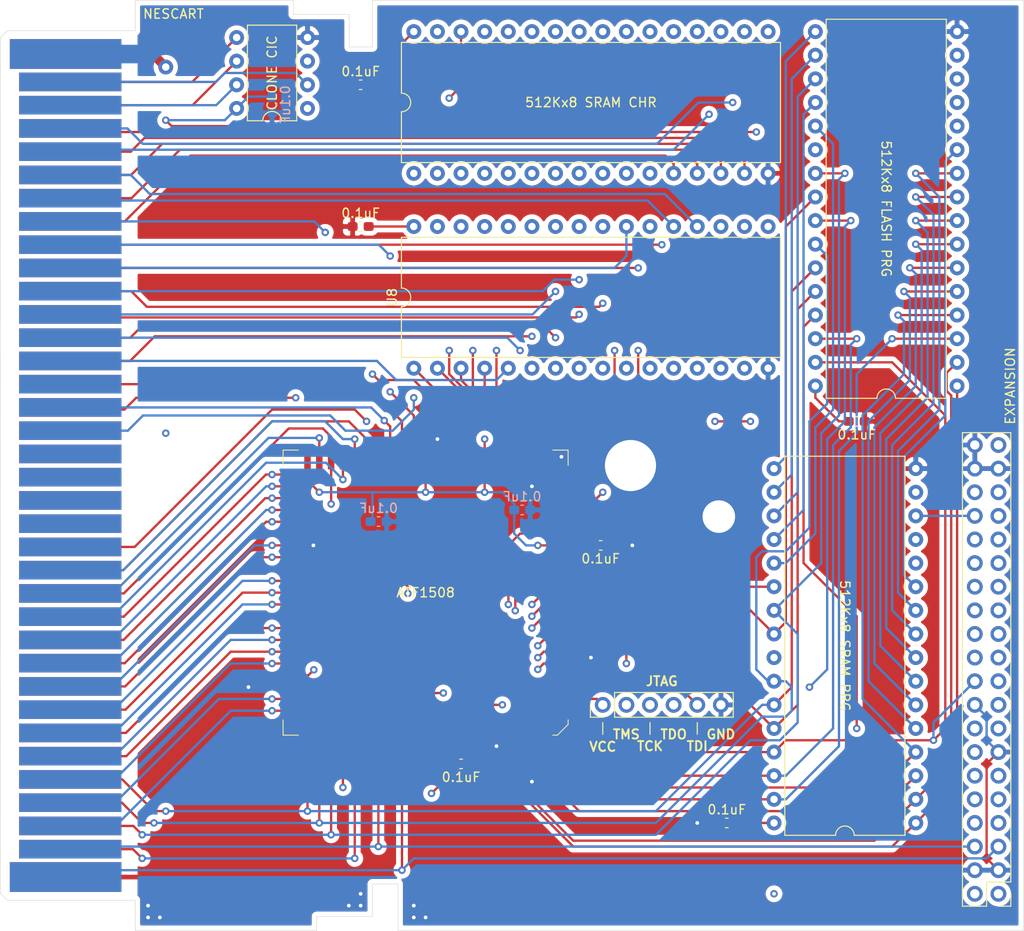
<source format=kicad_pcb>
(kicad_pcb (version 20171130) (host pcbnew "(5.1.10)-1")
  (layers (0 F.Cu signal) (1 In1.Cu signal) (2 In2.Cu signal) (31 B.Cu signal) (34 B.Paste user) (35 F.Paste user) (36 B.SilkS user) (37 F.SilkS user) (38 B.Mask user) (39 F.Mask user) (44 Edge.Cuts user))
  (net 0 "")
  (net 1 /GND)
  (net 2 /CIC_CLK)
  (net 3 /CIC_RST)
  (net 4 /PPU_D4)
  (net 5 /PPU_D5)
  (net 6 /PPU_D6)
  (net 7 /PPU_D7)
  (net 8 /PPU_A13)
  (net 9 /PPU_A12)
  (net 10 /PPU_A10)
  (net 11 /PPU_A11)
  (net 12 /PPU_A9)
  (net 13 /PPU_A8)
  (net 14 /PPU_A7)
  (net 15 /PPU_~A13)
  (net 16 /CIRAM_~CE)
  (net 17 /PPU_~WR)
  (net 18 /EXP_5)
  (net 19 /EXP_6)
  (net 20 /EXP_7)
  (net 21 /EXP_8)
  (net 22 /EXP_9)
  (net 23 /~ROMSEL)
  (net 24 /CPU_D0)
  (net 25 /CPU_D1)
  (net 26 /CPU_D2)
  (net 27 /CPU_D3)
  (net 28 /CPU_D4)
  (net 29 /CPU_D5)
  (net 30 /CPU_D6)
  (net 31 /CPU_D7)
  (net 32 /CPU_A14)
  (net 33 /CPU_A13)
  (net 34 /CPU_A12)
  (net 35 /M2)
  (net 36 /SYSCLK)
  (net 37 /+5V)
  (net 38 /CIC_MISO)
  (net 39 /CIC_MOSI)
  (net 40 /PPU_D3)
  (net 41 /PPU_D2)
  (net 42 /PPU_D1)
  (net 43 /PPU_D0)
  (net 44 /PPU_A0)
  (net 45 /PPU_A1)
  (net 46 /PPU_A2)
  (net 47 /PPU_A3)
  (net 48 /PPU_A4)
  (net 49 /PPU_A5)
  (net 50 /PPU_A6)
  (net 51 /CIRAM_A10)
  (net 52 /PPU_~RD)
  (net 53 /EXP_4)
  (net 54 /EXP_3)
  (net 55 /EXP_2)
  (net 56 /EXP_1)
  (net 57 /EXP_0)
  (net 58 /~IRQ)
  (net 59 /CPU_R~W)
  (net 60 /CPU_A0)
  (net 61 /CPU_A1)
  (net 62 /CPU_A2)
  (net 63 /CPU_A3)
  (net 64 /CPU_A4)
  (net 65 /CPU_A5)
  (net 66 /CPU_A6)
  (net 67 /CPU_A7)
  (net 68 /CPU_A8)
  (net 69 /CPU_A9)
  (net 70 /CPU_A10)
  (net 71 /CPU_A11)
  (net 72 /~PRG_WE)
  (net 73 /~PRG_OE)
  (net 74 /~IOSEL2)
  (net 75 /~DEVSEL2)
  (net 76 /~DEVSEL3)
  (net 77 /~IOSEL3)
  (net 78 /~IOSEL1)
  (net 79 /~DEVSEL1)
  (net 80 /~DEVSEL0)
  (net 81 /~IOSEL0)
  (net 82 /TDO)
  (net 83 /TCK)
  (net 84 /TMS)
  (net 85 /TDI)
  (net 86 "Net-(U2-Pad3)")
  (net 87 "Net-(U2-Pad1)")
  (net 88 /~ROM_CE)
  (net 89 /~RAM_CE)
  (net 90 /~FDCSEL)
  (net 91 /MMU_A12)
  (net 92 /MMU_A13)
  (net 93 /MMU_A14)
  (net 94 /MMU_A15)
  (net 95 /MMU_A16)
  (net 96 /MMU_A17)
  (net 97 /MMU_A18)
  (net 98 /PMU_A12)
  (net 99 /PMU_A13)
  (net 100 /PMU_A14)
  (net 101 /PMU_A15)
  (net 102 /PMU_A16)
  (net 103 /PMU_A17)
  (net 104 /PMU_A18)
  (net 105 /~CHR_RAM_CE)
  (net 106 /~CHR_ROM_CE)
  (net 107 /FDC_RST)
  (net 108 "Net-(U3-Pad84)")
  (net 109 "Net-(U3-Pad1)")
  (net 110 "Net-(U3-Pad2)")
  (module nes:NES_CART (layer F.Cu) (at 85 100 270)
    (fp_text reference J0 hide)
    (fp_text value NESCART (at -48.565 -0.735 180) (layer F.SilkS) (effects (justify left)))
    (pad 36 smd rect (at -44.25 7.5 270) (size 3.2 12) (layers F.Cu F.Paste F.Mask) (net 37 /+5V))
    (pad 37 smd rect (at 44.25 7.5 90) (size 3.2 12) (layers B.Cu B.Paste B.Mask) (net 36 /SYSCLK))
    (pad 35 smd rect (at -41.25 7 270) (size 2 11) (layers F.Cu F.Paste F.Mask) (net 38 /CIC_MISO))
    (pad 38 smd rect (at 41.25 7 90) (size 2 11) (layers B.Cu B.Paste B.Mask) (net 35 /M2))
    (pad 34 smd rect (at -38.75 7 270) (size 2 11) (layers F.Cu F.Paste F.Mask) (net 39 /CIC_MOSI))
    (pad 39 smd rect (at 38.75 7 90) (size 2 11) (layers B.Cu B.Paste B.Mask) (net 34 /CPU_A12))
    (pad 33 smd rect (at -36.25 7 270) (size 2 11) (layers F.Cu F.Paste F.Mask) (net 40 /PPU_D3))
    (pad 40 smd rect (at 36.25 7 90) (size 2 11) (layers B.Cu B.Paste B.Mask) (net 33 /CPU_A13))
    (pad 32 smd rect (at -33.75 7 270) (size 2 11) (layers F.Cu F.Paste F.Mask) (net 41 /PPU_D2))
    (pad 41 smd rect (at 33.75 7 90) (size 2 11) (layers B.Cu B.Paste B.Mask) (net 32 /CPU_A14))
    (pad 31 smd rect (at -31.25 7 270) (size 2 11) (layers F.Cu F.Paste F.Mask) (net 42 /PPU_D1))
    (pad 42 smd rect (at 31.25 7 90) (size 2 11) (layers B.Cu B.Paste B.Mask) (net 31 /CPU_D7))
    (pad 30 smd rect (at -28.75 7 270) (size 2 11) (layers F.Cu F.Paste F.Mask) (net 43 /PPU_D0))
    (pad 43 smd rect (at 28.75 7 90) (size 2 11) (layers B.Cu B.Paste B.Mask) (net 30 /CPU_D6))
    (pad 29 smd rect (at -26.25 7 270) (size 2 11) (layers F.Cu F.Paste F.Mask) (net 44 /PPU_A0))
    (pad 44 smd rect (at 26.25 7 90) (size 2 11) (layers B.Cu B.Paste B.Mask) (net 29 /CPU_D5))
    (pad 28 smd rect (at -23.75 7 270) (size 2 11) (layers F.Cu F.Paste F.Mask) (net 45 /PPU_A1))
    (pad 45 smd rect (at 23.75 7 90) (size 2 11) (layers B.Cu B.Paste B.Mask) (net 28 /CPU_D4))
    (pad 27 smd rect (at -21.25 7 270) (size 2 11) (layers F.Cu F.Paste F.Mask) (net 46 /PPU_A2))
    (pad 46 smd rect (at 21.25 7 90) (size 2 11) (layers B.Cu B.Paste B.Mask) (net 27 /CPU_D3))
    (pad 26 smd rect (at -18.75 7 270) (size 2 11) (layers F.Cu F.Paste F.Mask) (net 47 /PPU_A3))
    (pad 47 smd rect (at 18.75 7 90) (size 2 11) (layers B.Cu B.Paste B.Mask) (net 26 /CPU_D2))
    (pad 25 smd rect (at -16.25 7 270) (size 2 11) (layers F.Cu F.Paste F.Mask) (net 48 /PPU_A4))
    (pad 48 smd rect (at 16.25 7 90) (size 2 11) (layers B.Cu B.Paste B.Mask) (net 25 /CPU_D1))
    (pad 24 smd rect (at -13.75 7 270) (size 2 11) (layers F.Cu F.Paste F.Mask) (net 49 /PPU_A5))
    (pad 49 smd rect (at 13.75 7 90) (size 2 11) (layers B.Cu B.Paste B.Mask) (net 24 /CPU_D0))
    (pad 23 smd rect (at -11.25 7 270) (size 2 11) (layers F.Cu F.Paste F.Mask) (net 50 /PPU_A6))
    (pad 50 smd rect (at 11.25 7 90) (size 2 11) (layers B.Cu B.Paste B.Mask) (net 23 /~ROMSEL))
    (pad 22 smd rect (at -8.75 7 270) (size 2 11) (layers F.Cu F.Paste F.Mask) (net 51 /CIRAM_A10))
    (pad 51 smd rect (at 8.75 7 90) (size 2 11) (layers B.Cu B.Paste B.Mask) (net 22 /EXP_9))
    (pad 21 smd rect (at -6.25 7 270) (size 2 11) (layers F.Cu F.Paste F.Mask) (net 52 /PPU_~RD))
    (pad 52 smd rect (at 6.25 7 90) (size 2 11) (layers B.Cu B.Paste B.Mask) (net 21 /EXP_8))
    (pad 20 smd rect (at -3.75 7 270) (size 2 11) (layers F.Cu F.Paste F.Mask) (net 53 /EXP_4))
    (pad 53 smd rect (at 3.75 7 90) (size 2 11) (layers B.Cu B.Paste B.Mask) (net 20 /EXP_7))
    (pad 19 smd rect (at -1.25 7 270) (size 2 11) (layers F.Cu F.Paste F.Mask) (net 54 /EXP_3))
    (pad 54 smd rect (at 1.25 7 90) (size 2 11) (layers B.Cu B.Paste B.Mask) (net 19 /EXP_6))
    (pad 18 smd rect (at 1.25 7 270) (size 2 11) (layers F.Cu F.Paste F.Mask) (net 55 /EXP_2))
    (pad 55 smd rect (at -1.25 7 90) (size 2 11) (layers B.Cu B.Paste B.Mask) (net 18 /EXP_5))
    (pad 17 smd rect (at 3.75 7 270) (size 2 11) (layers F.Cu F.Paste F.Mask) (net 56 /EXP_1))
    (pad 56 smd rect (at -3.75 7 90) (size 2 11) (layers B.Cu B.Paste B.Mask) (net 17 /PPU_~WR))
    (pad 16 smd rect (at 6.25 7 270) (size 2 11) (layers F.Cu F.Paste F.Mask) (net 57 /EXP_0))
    (pad 57 smd rect (at -6.25 7 90) (size 2 11) (layers B.Cu B.Paste B.Mask) (net 16 /CIRAM_~CE))
    (pad 15 smd rect (at 8.75 7 270) (size 2 11) (layers F.Cu F.Paste F.Mask) (net 58 /~IRQ))
    (pad 58 smd rect (at -8.75 7 90) (size 2 11) (layers B.Cu B.Paste B.Mask) (net 15 /PPU_~A13))
    (pad 14 smd rect (at 11.25 7 270) (size 2 11) (layers F.Cu F.Paste F.Mask) (net 59 /CPU_R~W))
    (pad 59 smd rect (at -11.25 7 90) (size 2 11) (layers B.Cu B.Paste B.Mask) (net 14 /PPU_A7))
    (pad 13 smd rect (at 13.75 7 270) (size 2 11) (layers F.Cu F.Paste F.Mask) (net 60 /CPU_A0))
    (pad 60 smd rect (at -13.75 7 90) (size 2 11) (layers B.Cu B.Paste B.Mask) (net 13 /PPU_A8))
    (pad 12 smd rect (at 16.25 7 270) (size 2 11) (layers F.Cu F.Paste F.Mask) (net 61 /CPU_A1))
    (pad 61 smd rect (at -16.25 7 90) (size 2 11) (layers B.Cu B.Paste B.Mask) (net 12 /PPU_A9))
    (pad 11 smd rect (at 18.75 7 270) (size 2 11) (layers F.Cu F.Paste F.Mask) (net 62 /CPU_A2))
    (pad 62 smd rect (at -18.75 7 90) (size 2 11) (layers B.Cu B.Paste B.Mask) (net 11 /PPU_A11))
    (pad 10 smd rect (at 21.25 7 270) (size 2 11) (layers F.Cu F.Paste F.Mask) (net 63 /CPU_A3))
    (pad 63 smd rect (at -21.25 7 90) (size 2 11) (layers B.Cu B.Paste B.Mask) (net 10 /PPU_A10))
    (pad 9 smd rect (at 23.75 7 270) (size 2 11) (layers F.Cu F.Paste F.Mask) (net 64 /CPU_A4))
    (pad 64 smd rect (at -23.75 7 90) (size 2 11) (layers B.Cu B.Paste B.Mask) (net 9 /PPU_A12))
    (pad 8 smd rect (at 26.25 7 270) (size 2 11) (layers F.Cu F.Paste F.Mask) (net 65 /CPU_A5))
    (pad 65 smd rect (at -26.25 7 90) (size 2 11) (layers B.Cu B.Paste B.Mask) (net 8 /PPU_A13))
    (pad 7 smd rect (at 28.75 7 270) (size 2 11) (layers F.Cu F.Paste F.Mask) (net 66 /CPU_A6))
    (pad 66 smd rect (at -28.75 7 90) (size 2 11) (layers B.Cu B.Paste B.Mask) (net 7 /PPU_D7))
    (pad 6 smd rect (at 31.25 7 270) (size 2 11) (layers F.Cu F.Paste F.Mask) (net 67 /CPU_A7))
    (pad 67 smd rect (at -31.25 7 90) (size 2 11) (layers B.Cu B.Paste B.Mask) (net 6 /PPU_D6))
    (pad 5 smd rect (at 33.75 7 270) (size 2 11) (layers F.Cu F.Paste F.Mask) (net 68 /CPU_A8))
    (pad 68 smd rect (at -33.75 7 90) (size 2 11) (layers B.Cu B.Paste B.Mask) (net 5 /PPU_D5))
    (pad 4 smd rect (at 36.25 7 270) (size 2 11) (layers F.Cu F.Paste F.Mask) (net 69 /CPU_A9))
    (pad 69 smd rect (at -36.25 7 90) (size 2 11) (layers B.Cu B.Paste B.Mask) (net 4 /PPU_D4))
    (pad 3 smd rect (at 38.75 7 270) (size 2 11) (layers F.Cu F.Paste F.Mask) (net 70 /CPU_A10))
    (pad 70 smd rect (at -38.75 7 90) (size 2 11) (layers B.Cu B.Paste B.Mask) (net 3 /CIC_RST))
    (pad 2 smd rect (at 41.25 7 270) (size 2 11) (layers F.Cu F.Paste F.Mask) (net 71 /CPU_A11))
    (pad 71 smd rect (at -41.25 7 90) (size 2 11) (layers B.Cu B.Paste B.Mask) (net 2 /CIC_CLK))
    (pad 1 smd rect (at 44.25 7.5 270) (size 3.2 12) (layers F.Cu F.Paste F.Mask) (net 1 /GND))
    (pad 72 smd rect (at -44.25 7.5 90) (size 3.2 12) (layers B.Cu B.Paste B.Mask) (net 1 /GND))
  )
  (module Package_DIP:DIP-8_W7.62mm (layer F.Cu) (at 103.505 61.595 180)
    (fp_text reference U2 hide)
    (fp_text value "CLONE CIC" (at 3.81 3.81 90) (layer F.SilkS))
    (pad 8 thru_hole oval (at 7.62 0 180) (size 1.6 1.6) (drill 0.8) (layers *.Cu *.Mask) (net 37 /+5V))
    (pad 4 thru_hole oval (at 0 7.62 180) (size 1.6 1.6) (drill 0.8) (layers *.Cu *.Mask) (net 1 /GND))
    (pad 7 thru_hole oval (at 7.62 2.54 180) (size 1.6 1.6) (drill 0.8) (layers *.Cu *.Mask) (net 3 /CIC_RST))
    (pad 3 thru_hole oval (at 0 5.08 180) (size 1.6 1.6) (drill 0.8) (layers *.Cu *.Mask) (net 86 "Net-(U2-Pad3)"))
    (pad 6 thru_hole oval (at 7.62 5.08 180) (size 1.6 1.6) (drill 0.8) (layers *.Cu *.Mask) (net 39 /CIC_MOSI))
    (pad 2 thru_hole oval (at 0 2.54 180) (size 1.6 1.6) (drill 0.8) (layers *.Cu *.Mask) (net 2 /CIC_CLK))
    (pad 5 thru_hole oval (at 7.62 7.62 180) (size 1.6 1.6) (drill 0.8) (layers *.Cu *.Mask) (net 38 /CIC_MISO))
    (pad 1 thru_hole circle (at 0 0 180) (size 1.6 1.6) (drill 0.8) (layers *.Cu *.Mask) (net 87 "Net-(U2-Pad1)"))
  )
  (module Package_LCC:PLCC-84 (layer F.Cu) (at 116.205 113.665 180)
    (fp_text reference U3 hide)
    (fp_text value ATF1508 (at 0 0) (layer F.SilkS))
    (pad 74 smd rect (at 14.2125 -12.7 180) (size 1.925 0.7) (layers F.Cu F.Paste F.Mask) (net 34 /CPU_A12))
    (pad 73 smd rect (at 14.2125 -11.43 180) (size 1.925 0.7) (layers F.Cu F.Paste F.Mask) (net 33 /CPU_A13))
    (pad 72 smd rect (at 14.2125 -10.16 180) (size 1.925 0.7) (layers F.Cu F.Paste F.Mask) (net 1 /GND))
    (pad 71 smd rect (at 14.2125 -8.89 180) (size 1.925 0.7) (layers F.Cu F.Paste F.Mask) (net 82 /TDO))
    (pad 70 smd rect (at 14.2125 -7.62 180) (size 1.925 0.7) (layers F.Cu F.Paste F.Mask) (net 32 /CPU_A14))
    (pad 69 smd rect (at 14.2125 -6.35 180) (size 1.925 0.7) (layers F.Cu F.Paste F.Mask) (net 67 /CPU_A7))
    (pad 68 smd rect (at 14.2125 -5.08 180) (size 1.925 0.7) (layers F.Cu F.Paste F.Mask) (net 31 /CPU_D7))
    (pad 67 smd rect (at 14.2125 -3.81 180) (size 1.925 0.7) (layers F.Cu F.Paste F.Mask) (net 66 /CPU_A6))
    (pad 66 smd rect (at 14.2125 -2.54 180) (size 1.925 0.7) (layers F.Cu F.Paste F.Mask) (net 37 /+5V))
    (pad 65 smd rect (at 14.2125 -1.27 180) (size 1.925 0.7) (layers F.Cu F.Paste F.Mask) (net 30 /CPU_D6))
    (pad 64 smd rect (at 14.2125 0 180) (size 1.925 0.7) (layers F.Cu F.Paste F.Mask) (net 65 /CPU_A5))
    (pad 63 smd rect (at 14.2125 1.27 180) (size 1.925 0.7) (layers F.Cu F.Paste F.Mask) (net 29 /CPU_D5))
    (pad 62 smd rect (at 14.2125 2.54 180) (size 1.925 0.7) (layers F.Cu F.Paste F.Mask) (net 83 /TCK))
    (pad 61 smd rect (at 14.2125 3.81 180) (size 1.925 0.7) (layers F.Cu F.Paste F.Mask) (net 64 /CPU_A4))
    (pad 60 smd rect (at 14.2125 5.08 180) (size 1.925 0.7) (layers F.Cu F.Paste F.Mask) (net 28 /CPU_D4))
    (pad 59 smd rect (at 14.2125 6.35 180) (size 1.925 0.7) (layers F.Cu F.Paste F.Mask) (net 1 /GND))
    (pad 58 smd rect (at 14.2125 7.62 180) (size 1.925 0.7) (layers F.Cu F.Paste F.Mask) (net 63 /CPU_A3))
    (pad 57 smd rect (at 14.2125 8.89 180) (size 1.925 0.7) (layers F.Cu F.Paste F.Mask) (net 27 /CPU_D3))
    (pad 56 smd rect (at 14.2125 10.16 180) (size 1.925 0.7) (layers F.Cu F.Paste F.Mask) (net 62 /CPU_A2))
    (pad 55 smd rect (at 14.2125 11.43 180) (size 1.925 0.7) (layers F.Cu F.Paste F.Mask) (net 26 /CPU_D2))
    (pad 54 smd rect (at 14.2125 12.7 180) (size 1.925 0.7) (layers F.Cu F.Paste F.Mask) (net 61 /CPU_A1))
    (pad 53 smd rect (at 12.7 14.2125 180) (size 0.7 1.925) (layers F.Cu F.Paste F.Mask) (net 37 /+5V))
    (pad 52 smd rect (at 11.43 14.2125 180) (size 0.7 1.925) (layers F.Cu F.Paste F.Mask) (net 24 /CPU_D0))
    (pad 51 smd rect (at 10.16 14.2125 180) (size 0.7 1.925) (layers F.Cu F.Paste F.Mask) (net 60 /CPU_A0))
    (pad 50 smd rect (at 8.89 14.2125 180) (size 0.7 1.925) (layers F.Cu F.Paste F.Mask) (net 25 /CPU_D1))
    (pad 49 smd rect (at 7.62 14.2125 180) (size 0.7 1.925) (layers F.Cu F.Paste F.Mask) (net 23 /~ROMSEL))
    (pad 48 smd rect (at 6.35 14.2125 180) (size 0.7 1.925) (layers F.Cu F.Paste F.Mask) (net 59 /CPU_R~W))
    (pad 47 smd rect (at 5.08 14.2125 180) (size 0.7 1.925) (layers F.Cu F.Paste F.Mask) (net 1 /GND))
    (pad 46 smd rect (at 3.81 14.2125 180) (size 0.7 1.925) (layers F.Cu F.Paste F.Mask) (net 16 /CIRAM_~CE))
    (pad 45 smd rect (at 2.54 14.2125 180) (size 0.7 1.925) (layers F.Cu F.Paste F.Mask) (net 51 /CIRAM_A10))
    (pad 44 smd rect (at 1.27 14.2125 180) (size 0.7 1.925) (layers F.Cu F.Paste F.Mask) (net 9 /PPU_A12))
    (pad 43 smd rect (at 0 14.2125 180) (size 0.7 1.925) (layers F.Cu F.Paste F.Mask) (net 37 /+5V))
    (pad 42 smd rect (at -1.27 14.2125 180) (size 0.7 1.925) (layers F.Cu F.Paste F.Mask) (net 1 /GND))
    (pad 41 smd rect (at -2.54 14.2125 180) (size 0.7 1.925) (layers F.Cu F.Paste F.Mask) (net 8 /PPU_A13))
    (pad 40 smd rect (at -3.81 14.2125 180) (size 0.7 1.925) (layers F.Cu F.Paste F.Mask) (net 104 /PMU_A18))
    (pad 39 smd rect (at -5.08 14.2125 180) (size 0.7 1.925) (layers F.Cu F.Paste F.Mask) (net 102 /PMU_A16))
    (pad 38 smd rect (at -6.35 14.2125 180) (size 0.7 1.925) (layers F.Cu F.Paste F.Mask) (net 37 /+5V))
    (pad 37 smd rect (at -7.62 14.2125 180) (size 0.7 1.925) (layers F.Cu F.Paste F.Mask) (net 103 /PMU_A17))
    (pad 36 smd rect (at -8.89 14.2125 180) (size 0.7 1.925) (layers F.Cu F.Paste F.Mask) (net 101 /PMU_A15))
    (pad 35 smd rect (at -10.16 14.2125 180) (size 0.7 1.925) (layers F.Cu F.Paste F.Mask) (net 100 /PMU_A14))
    (pad 34 smd rect (at -11.43 14.2125 180) (size 0.7 1.925) (layers F.Cu F.Paste F.Mask) (net 98 /PMU_A12))
    (pad 33 smd rect (at -12.7 14.2125 180) (size 0.7 1.925) (layers F.Cu F.Paste F.Mask) (net 99 /PMU_A13))
    (pad 32 smd rect (at -14.2125 12.7 180) (size 1.925 0.7) (layers F.Cu F.Paste F.Mask) (net 1 /GND))
    (pad 31 smd rect (at -14.2125 11.43 180) (size 1.925 0.7) (layers F.Cu F.Paste F.Mask) (net 105 /~CHR_RAM_CE))
    (pad 30 smd rect (at -14.2125 10.16 180) (size 1.925 0.7) (layers F.Cu F.Paste F.Mask) (net 106 /~CHR_ROM_CE))
    (pad 29 smd rect (at -14.2125 8.89 180) (size 1.925 0.7) (layers F.Cu F.Paste F.Mask) (net 88 /~ROM_CE))
    (pad 28 smd rect (at -14.2125 7.62 180) (size 1.925 0.7) (layers F.Cu F.Paste F.Mask) (net 89 /~RAM_CE))
    (pad 27 smd rect (at -14.2125 6.35 180) (size 1.925 0.7) (layers F.Cu F.Paste F.Mask) (net 81 /~IOSEL0))
    (pad 26 smd rect (at -14.2125 5.08 180) (size 1.925 0.7) (layers F.Cu F.Paste F.Mask) (net 37 /+5V))
    (pad 25 smd rect (at -14.2125 3.81 180) (size 1.925 0.7) (layers F.Cu F.Paste F.Mask) (net 80 /~DEVSEL0))
    (pad 24 smd rect (at -14.2125 2.54 180) (size 1.925 0.7) (layers F.Cu F.Paste F.Mask) (net 73 /~PRG_OE))
    (pad 23 smd rect (at -14.2125 1.27 180) (size 1.925 0.7) (layers F.Cu F.Paste F.Mask) (net 84 /TMS))
    (pad 22 smd rect (at -14.2125 0 180) (size 1.925 0.7) (layers F.Cu F.Paste F.Mask) (net 79 /~DEVSEL1))
    (pad 21 smd rect (at -14.2125 -1.27 180) (size 1.925 0.7) (layers F.Cu F.Paste F.Mask) (net 78 /~IOSEL1))
    (pad 20 smd rect (at -14.2125 -2.54 180) (size 1.925 0.7) (layers F.Cu F.Paste F.Mask) (net 77 /~IOSEL3))
    (pad 19 smd rect (at -14.2125 -3.81 180) (size 1.925 0.7) (layers F.Cu F.Paste F.Mask) (net 1 /GND))
    (pad 18 smd rect (at -14.2125 -5.08 180) (size 1.925 0.7) (layers F.Cu F.Paste F.Mask) (net 76 /~DEVSEL3))
    (pad 17 smd rect (at -14.2125 -6.35 180) (size 1.925 0.7) (layers F.Cu F.Paste F.Mask) (net 75 /~DEVSEL2))
    (pad 16 smd rect (at -14.2125 -7.62 180) (size 1.925 0.7) (layers F.Cu F.Paste F.Mask) (net 74 /~IOSEL2))
    (pad 15 smd rect (at -14.2125 -8.89 180) (size 1.925 0.7) (layers F.Cu F.Paste F.Mask) (net 92 /MMU_A13))
    (pad 14 smd rect (at -14.2125 -10.16 180) (size 1.925 0.7) (layers F.Cu F.Paste F.Mask) (net 85 /TDI))
    (pad 13 smd rect (at -14.2125 -11.43 180) (size 1.925 0.7) (layers F.Cu F.Paste F.Mask) (net 37 /+5V))
    (pad 12 smd rect (at -14.2125 -12.7 180) (size 1.925 0.7) (layers F.Cu F.Paste F.Mask) (net 72 /~PRG_WE))
    (pad 75 smd rect (at 12.7 -14.2125 180) (size 0.7 1.925) (layers F.Cu F.Paste F.Mask) (net 68 /CPU_A8))
    (pad 76 smd rect (at 11.43 -14.2125 180) (size 0.7 1.925) (layers F.Cu F.Paste F.Mask) (net 69 /CPU_A9))
    (pad 77 smd rect (at 10.16 -14.2125 180) (size 0.7 1.925) (layers F.Cu F.Paste F.Mask) (net 70 /CPU_A10))
    (pad 78 smd rect (at 8.89 -14.2125 180) (size 0.7 1.925) (layers F.Cu F.Paste F.Mask) (net 37 /+5V))
    (pad 79 smd rect (at 7.62 -14.2125 180) (size 0.7 1.925) (layers F.Cu F.Paste F.Mask) (net 71 /CPU_A11))
    (pad 80 smd rect (at 6.35 -14.2125 180) (size 0.7 1.925) (layers F.Cu F.Paste F.Mask) (net 107 /FDC_RST))
    (pad 81 smd rect (at 5.08 -14.2125 180) (size 0.7 1.925) (layers F.Cu F.Paste F.Mask) (net 35 /M2))
    (pad 82 smd rect (at 3.81 -14.2125 180) (size 0.7 1.925) (layers F.Cu F.Paste F.Mask) (net 1 /GND))
    (pad 83 smd rect (at 2.54 -14.2125 180) (size 0.7 1.925) (layers F.Cu F.Paste F.Mask) (net 36 /SYSCLK))
    (pad 84 smd rect (at 1.27 -14.2125 180) (size 0.7 1.925) (layers F.Cu F.Paste F.Mask) (net 108 "Net-(U3-Pad84)"))
    (pad 11 smd rect (at -12.7 -14.2125 180) (size 0.7 1.925) (layers F.Cu F.Paste F.Mask) (net 96 /MMU_A17))
    (pad 10 smd rect (at -11.43 -14.2125 180) (size 0.7 1.925) (layers F.Cu F.Paste F.Mask) (net 91 /MMU_A12))
    (pad 9 smd rect (at -10.16 -14.2125 180) (size 0.7 1.925) (layers F.Cu F.Paste F.Mask) (net 94 /MMU_A15))
    (pad 8 smd rect (at -8.89 -14.2125 180) (size 0.7 1.925) (layers F.Cu F.Paste F.Mask) (net 93 /MMU_A14))
    (pad 7 smd rect (at -7.62 -14.2125 180) (size 0.7 1.925) (layers F.Cu F.Paste F.Mask) (net 1 /GND))
    (pad 6 smd rect (at -6.35 -14.2125 180) (size 0.7 1.925) (layers F.Cu F.Paste F.Mask) (net 95 /MMU_A16))
    (pad 5 smd rect (at -5.08 -14.2125 180) (size 0.7 1.925) (layers F.Cu F.Paste F.Mask) (net 97 /MMU_A18))
    (pad 4 smd rect (at -3.81 -14.2125 180) (size 0.7 1.925) (layers F.Cu F.Paste F.Mask) (net 90 /~FDCSEL))
    (pad 3 smd rect (at -2.54 -14.2125 180) (size 0.7 1.925) (layers F.Cu F.Paste F.Mask) (net 37 /+5V))
    (pad 2 smd rect (at -1.27 -14.2125 180) (size 0.7 1.925) (layers F.Cu F.Paste F.Mask) (net 110 "Net-(U3-Pad2)"))
    (pad 1 smd rect (at 0 -14.2125 180) (size 0.7 1.925) (layers F.Cu F.Paste F.Mask) (net 109 "Net-(U3-Pad1)"))
  )
  (module Capacitor_SMD:C_0603_1608Metric_Pad1.08x0.95mm_HandSolder (layer B.Cu) (at 99.695 61.1875 270)
    (fp_text reference C10 hide)
    (fp_text value 0.1uF (at 0 -1.43 90) (layer B.SilkS) (effects (justify mirror)))
    (pad 2 smd roundrect (at 0.8625 0 270) (size 1.075 0.95) (layers B.Cu B.Paste B.Mask) (net 1 /GND))
    (pad 1 smd roundrect (at -0.8625 0 270) (size 1.075 0.95) (layers B.Cu B.Paste B.Mask) (net 37 /+5V))
  )
  (module Capacitor_SMD:C_0603_1608Metric_Pad1.08x0.95mm_HandSolder (layer F.Cu) (at 120.015 132.08)
    (fp_text reference C9 hide)
    (fp_text value 0.1uF (at 0 1.43) (layer F.SilkS))
    (pad 2 smd roundrect (at 0.8625 0) (size 1.075 0.95) (layers F.Cu F.Paste F.Mask) (net 1 /GND))
    (pad 1 smd roundrect (at -0.8625 0) (size 1.075 0.95) (layers F.Cu F.Paste F.Mask) (net 37 /+5V))
  )
  (module Capacitor_SMD:C_0603_1608Metric_Pad1.08x0.95mm_HandSolder (layer F.Cu) (at 109.22 74.295 180)
    (fp_text reference C8 hide)
    (fp_text value 0.1uF (at 0 1.43) (layer F.SilkS))
    (pad 2 smd roundrect (at 0.8625 0 180) (size 1.075 0.95) (layers F.Cu F.Paste F.Mask) (net 1 /GND))
    (pad 1 smd roundrect (at -0.8625 0 180) (size 1.075 0.95) (layers F.Cu F.Paste F.Mask) (net 37 /+5V))
  )
  (module Capacitor_SMD:C_0603_1608Metric_Pad1.08x0.95mm_HandSolder (layer F.Cu) (at 109.22 59.055 180)
    (fp_text reference C7 hide)
    (fp_text value 0.1uF (at 0 1.43) (layer F.SilkS))
    (pad 2 smd roundrect (at 0.8625 0 180) (size 1.075 0.95) (layers F.Cu F.Paste F.Mask) (net 1 /GND))
    (pad 1 smd roundrect (at -0.8625 0 180) (size 1.075 0.95) (layers F.Cu F.Paste F.Mask) (net 37 /+5V))
  )
  (module Capacitor_SMD:C_0603_1608Metric_Pad1.08x0.95mm_HandSolder (layer F.Cu) (at 162.56 95.25)
    (fp_text reference C6 hide)
    (fp_text value 0.1uF (at 0 1.43) (layer F.SilkS))
    (pad 2 smd roundrect (at 0.8625 0) (size 1.075 0.95) (layers F.Cu F.Paste F.Mask) (net 1 /GND))
    (pad 1 smd roundrect (at -0.8625 0) (size 1.075 0.95) (layers F.Cu F.Paste F.Mask) (net 37 /+5V))
  )
  (module Capacitor_SMD:C_0603_1608Metric_Pad1.08x0.95mm_HandSolder (layer F.Cu) (at 148.59 138.43 180)
    (fp_text reference C5 hide)
    (fp_text value 0.1uF (at 0 1.43) (layer F.SilkS))
    (pad 2 smd roundrect (at 0.8625 0 180) (size 1.075 0.95) (layers F.Cu F.Paste F.Mask) (net 1 /GND))
    (pad 1 smd roundrect (at -0.8625 0 180) (size 1.075 0.95) (layers F.Cu F.Paste F.Mask) (net 37 /+5V))
  )
  (module Capacitor_SMD:C_0603_1608Metric_Pad1.08x0.95mm_HandSolder (layer B.Cu) (at 126.5925 104.775)
    (fp_text reference C4 hide)
    (fp_text value 0.1uF (at 0 -1.43 180) (layer B.SilkS) (effects (justify mirror)))
    (pad 2 smd roundrect (at 0.8625 0) (size 1.075 0.95) (layers B.Cu B.Paste B.Mask) (net 1 /GND))
    (pad 1 smd roundrect (at -0.8625 0) (size 1.075 0.95) (layers B.Cu B.Paste B.Mask) (net 37 /+5V))
  )
  (module Capacitor_SMD:C_0603_1608Metric_Pad1.08x0.95mm_HandSolder (layer F.Cu) (at 135.0275 108.585)
    (fp_text reference C3 hide)
    (fp_text value 0.1uF (at 0 1.43) (layer F.SilkS))
    (pad 2 smd roundrect (at 0.8625 0) (size 1.075 0.95) (layers F.Cu F.Paste F.Mask) (net 1 /GND))
    (pad 1 smd roundrect (at -0.8625 0) (size 1.075 0.95) (layers F.Cu F.Paste F.Mask) (net 37 /+5V))
  )
  (module Capacitor_SMD:C_0603_1608Metric_Pad1.08x0.95mm_HandSolder (layer B.Cu) (at 111.15012 106.01988)
    (fp_text reference C2 hide)
    (fp_text value 0.1uF (at 0 -1.43 180) (layer B.SilkS) (effects (justify mirror)))
    (pad 2 smd roundrect (at 0.8625 0) (size 1.075 0.95) (layers B.Cu B.Paste B.Mask) (net 1 /GND))
    (pad 1 smd roundrect (at -0.8625 0) (size 1.075 0.95) (layers B.Cu B.Paste B.Mask) (net 37 /+5V))
  )
  (module Package_DIP:DIP-32_W15.24mm (layer F.Cu) (at 168.91 138.43 180)
    (fp_text reference U5 hide)
    (fp_text value "512Kx8 SRAM PRG" (at 7.62 19.05 270 unlocked) (layer F.SilkS))
    (pad 32 thru_hole oval (at 15.24 0 180) (size 1.6 1.6) (drill 0.8) (layers *.Cu *.Mask) (net 37 /+5V))
    (pad 16 thru_hole oval (at 0 38.1 180) (size 1.6 1.6) (drill 0.8) (layers *.Cu *.Mask) (net 1 /GND))
    (pad 31 thru_hole oval (at 15.24 2.54 180) (size 1.6 1.6) (drill 0.8) (layers *.Cu *.Mask) (net 94 /MMU_A15))
    (pad 15 thru_hole oval (at 0 35.56 180) (size 1.6 1.6) (drill 0.8) (layers *.Cu *.Mask) (net 26 /CPU_D2))
    (pad 30 thru_hole oval (at 15.24 5.08 180) (size 1.6 1.6) (drill 0.8) (layers *.Cu *.Mask) (net 96 /MMU_A17))
    (pad 14 thru_hole oval (at 0 33.02 180) (size 1.6 1.6) (drill 0.8) (layers *.Cu *.Mask) (net 25 /CPU_D1))
    (pad 29 thru_hole oval (at 15.24 7.62 180) (size 1.6 1.6) (drill 0.8) (layers *.Cu *.Mask) (net 72 /~PRG_WE))
    (pad 13 thru_hole oval (at 0 30.48 180) (size 1.6 1.6) (drill 0.8) (layers *.Cu *.Mask) (net 24 /CPU_D0))
    (pad 28 thru_hole oval (at 15.24 10.16 180) (size 1.6 1.6) (drill 0.8) (layers *.Cu *.Mask) (net 92 /MMU_A13))
    (pad 12 thru_hole oval (at 0 27.94 180) (size 1.6 1.6) (drill 0.8) (layers *.Cu *.Mask) (net 60 /CPU_A0))
    (pad 27 thru_hole oval (at 15.24 12.7 180) (size 1.6 1.6) (drill 0.8) (layers *.Cu *.Mask) (net 68 /CPU_A8))
    (pad 11 thru_hole oval (at 0 25.4 180) (size 1.6 1.6) (drill 0.8) (layers *.Cu *.Mask) (net 61 /CPU_A1))
    (pad 26 thru_hole oval (at 15.24 15.24 180) (size 1.6 1.6) (drill 0.8) (layers *.Cu *.Mask) (net 69 /CPU_A9))
    (pad 10 thru_hole oval (at 0 22.86 180) (size 1.6 1.6) (drill 0.8) (layers *.Cu *.Mask) (net 62 /CPU_A2))
    (pad 25 thru_hole oval (at 15.24 17.78 180) (size 1.6 1.6) (drill 0.8) (layers *.Cu *.Mask) (net 71 /CPU_A11))
    (pad 9 thru_hole oval (at 0 20.32 180) (size 1.6 1.6) (drill 0.8) (layers *.Cu *.Mask) (net 63 /CPU_A3))
    (pad 24 thru_hole oval (at 15.24 20.32 180) (size 1.6 1.6) (drill 0.8) (layers *.Cu *.Mask) (net 73 /~PRG_OE))
    (pad 8 thru_hole oval (at 0 17.78 180) (size 1.6 1.6) (drill 0.8) (layers *.Cu *.Mask) (net 64 /CPU_A4))
    (pad 23 thru_hole oval (at 15.24 22.86 180) (size 1.6 1.6) (drill 0.8) (layers *.Cu *.Mask) (net 70 /CPU_A10))
    (pad 7 thru_hole oval (at 0 15.24 180) (size 1.6 1.6) (drill 0.8) (layers *.Cu *.Mask) (net 65 /CPU_A5))
    (pad 22 thru_hole oval (at 15.24 25.4 180) (size 1.6 1.6) (drill 0.8) (layers *.Cu *.Mask) (net 89 /~RAM_CE))
    (pad 6 thru_hole oval (at 0 12.7 180) (size 1.6 1.6) (drill 0.8) (layers *.Cu *.Mask) (net 66 /CPU_A6))
    (pad 21 thru_hole oval (at 15.24 27.94 180) (size 1.6 1.6) (drill 0.8) (layers *.Cu *.Mask) (net 31 /CPU_D7))
    (pad 5 thru_hole oval (at 0 10.16 180) (size 1.6 1.6) (drill 0.8) (layers *.Cu *.Mask) (net 67 /CPU_A7))
    (pad 20 thru_hole oval (at 15.24 30.48 180) (size 1.6 1.6) (drill 0.8) (layers *.Cu *.Mask) (net 30 /CPU_D6))
    (pad 4 thru_hole oval (at 0 7.62 180) (size 1.6 1.6) (drill 0.8) (layers *.Cu *.Mask) (net 91 /MMU_A12))
    (pad 19 thru_hole oval (at 15.24 33.02 180) (size 1.6 1.6) (drill 0.8) (layers *.Cu *.Mask) (net 29 /CPU_D5))
    (pad 3 thru_hole oval (at 0 5.08 180) (size 1.6 1.6) (drill 0.8) (layers *.Cu *.Mask) (net 93 /MMU_A14))
    (pad 18 thru_hole oval (at 15.24 35.56 180) (size 1.6 1.6) (drill 0.8) (layers *.Cu *.Mask) (net 28 /CPU_D4))
    (pad 2 thru_hole oval (at 0 2.54 180) (size 1.6 1.6) (drill 0.8) (layers *.Cu *.Mask) (net 95 /MMU_A16))
    (pad 17 thru_hole oval (at 15.24 38.1 180) (size 1.6 1.6) (drill 0.8) (layers *.Cu *.Mask) (net 27 /CPU_D3))
    (pad 1 thru_hole circle (at 0 0 180) (size 1.6 1.6) (drill 0.8) (layers *.Cu *.Mask) (net 97 /MMU_A18))
  )
  (module Package_DIP:DIP-32_W15.24mm (layer F.Cu) (at 173.355 91.44 180)
    (fp_text reference U6 hide)
    (fp_text value "512Kx8 FLASH PRG" (at 7.62 19.05 270 unlocked) (layer F.SilkS))
    (pad 32 thru_hole oval (at 15.24 0 180) (size 1.6 1.6) (drill 0.8) (layers *.Cu *.Mask) (net 37 /+5V))
    (pad 16 thru_hole oval (at 0 38.1 180) (size 1.6 1.6) (drill 0.8) (layers *.Cu *.Mask) (net 1 /GND))
    (pad 31 thru_hole oval (at 15.24 2.54 180) (size 1.6 1.6) (drill 0.8) (layers *.Cu *.Mask) (net 72 /~PRG_WE))
    (pad 15 thru_hole oval (at 0 35.56 180) (size 1.6 1.6) (drill 0.8) (layers *.Cu *.Mask) (net 26 /CPU_D2))
    (pad 30 thru_hole oval (at 15.24 5.08 180) (size 1.6 1.6) (drill 0.8) (layers *.Cu *.Mask) (net 96 /MMU_A17))
    (pad 14 thru_hole oval (at 0 33.02 180) (size 1.6 1.6) (drill 0.8) (layers *.Cu *.Mask) (net 25 /CPU_D1))
    (pad 29 thru_hole oval (at 15.24 7.62 180) (size 1.6 1.6) (drill 0.8) (layers *.Cu *.Mask) (net 93 /MMU_A14))
    (pad 13 thru_hole oval (at 0 30.48 180) (size 1.6 1.6) (drill 0.8) (layers *.Cu *.Mask) (net 24 /CPU_D0))
    (pad 28 thru_hole oval (at 15.24 10.16 180) (size 1.6 1.6) (drill 0.8) (layers *.Cu *.Mask) (net 92 /MMU_A13))
    (pad 12 thru_hole oval (at 0 27.94 180) (size 1.6 1.6) (drill 0.8) (layers *.Cu *.Mask) (net 60 /CPU_A0))
    (pad 27 thru_hole oval (at 15.24 12.7 180) (size 1.6 1.6) (drill 0.8) (layers *.Cu *.Mask) (net 68 /CPU_A8))
    (pad 11 thru_hole oval (at 0 25.4 180) (size 1.6 1.6) (drill 0.8) (layers *.Cu *.Mask) (net 61 /CPU_A1))
    (pad 26 thru_hole oval (at 15.24 15.24 180) (size 1.6 1.6) (drill 0.8) (layers *.Cu *.Mask) (net 69 /CPU_A9))
    (pad 10 thru_hole oval (at 0 22.86 180) (size 1.6 1.6) (drill 0.8) (layers *.Cu *.Mask) (net 62 /CPU_A2))
    (pad 25 thru_hole oval (at 15.24 17.78 180) (size 1.6 1.6) (drill 0.8) (layers *.Cu *.Mask) (net 71 /CPU_A11))
    (pad 9 thru_hole oval (at 0 20.32 180) (size 1.6 1.6) (drill 0.8) (layers *.Cu *.Mask) (net 63 /CPU_A3))
    (pad 24 thru_hole oval (at 15.24 20.32 180) (size 1.6 1.6) (drill 0.8) (layers *.Cu *.Mask) (net 73 /~PRG_OE))
    (pad 8 thru_hole oval (at 0 17.78 180) (size 1.6 1.6) (drill 0.8) (layers *.Cu *.Mask) (net 64 /CPU_A4))
    (pad 23 thru_hole oval (at 15.24 22.86 180) (size 1.6 1.6) (drill 0.8) (layers *.Cu *.Mask) (net 70 /CPU_A10))
    (pad 7 thru_hole oval (at 0 15.24 180) (size 1.6 1.6) (drill 0.8) (layers *.Cu *.Mask) (net 65 /CPU_A5))
    (pad 22 thru_hole oval (at 15.24 25.4 180) (size 1.6 1.6) (drill 0.8) (layers *.Cu *.Mask) (net 88 /~ROM_CE))
    (pad 6 thru_hole oval (at 0 12.7 180) (size 1.6 1.6) (drill 0.8) (layers *.Cu *.Mask) (net 66 /CPU_A6))
    (pad 21 thru_hole oval (at 15.24 27.94 180) (size 1.6 1.6) (drill 0.8) (layers *.Cu *.Mask) (net 31 /CPU_D7))
    (pad 5 thru_hole oval (at 0 10.16 180) (size 1.6 1.6) (drill 0.8) (layers *.Cu *.Mask) (net 67 /CPU_A7))
    (pad 20 thru_hole oval (at 15.24 30.48 180) (size 1.6 1.6) (drill 0.8) (layers *.Cu *.Mask) (net 30 /CPU_D6))
    (pad 4 thru_hole oval (at 0 7.62 180) (size 1.6 1.6) (drill 0.8) (layers *.Cu *.Mask) (net 91 /MMU_A12))
    (pad 19 thru_hole oval (at 15.24 33.02 180) (size 1.6 1.6) (drill 0.8) (layers *.Cu *.Mask) (net 29 /CPU_D5))
    (pad 3 thru_hole oval (at 0 5.08 180) (size 1.6 1.6) (drill 0.8) (layers *.Cu *.Mask) (net 94 /MMU_A15))
    (pad 18 thru_hole oval (at 15.24 35.56 180) (size 1.6 1.6) (drill 0.8) (layers *.Cu *.Mask) (net 28 /CPU_D4))
    (pad 2 thru_hole oval (at 0 2.54 180) (size 1.6 1.6) (drill 0.8) (layers *.Cu *.Mask) (net 95 /MMU_A16))
    (pad 17 thru_hole oval (at 15.24 38.1 180) (size 1.6 1.6) (drill 0.8) (layers *.Cu *.Mask) (net 27 /CPU_D3))
    (pad 1 thru_hole circle (at 0 0 180) (size 1.6 1.6) (drill 0.8) (layers *.Cu *.Mask) (net 97 /MMU_A18))
  )
  (module Package_DIP:DIP-32_W15.24mm (layer F.Cu) (at 114.935 68.58 90)
    (fp_text reference U7 hide)
    (fp_text value "512Kx8 SRAM CHR" (at 7.62 19.05) (layer F.SilkS))
    (pad 32 thru_hole oval (at 15.24 0 90) (size 1.6 1.6) (drill 0.8) (layers *.Cu *.Mask) (net 37 /+5V))
    (pad 16 thru_hole oval (at 0 38.1 90) (size 1.6 1.6) (drill 0.8) (layers *.Cu *.Mask) (net 1 /GND))
    (pad 31 thru_hole oval (at 15.24 2.54 90) (size 1.6 1.6) (drill 0.8) (layers *.Cu *.Mask) (net 101 /PMU_A15))
    (pad 15 thru_hole oval (at 0 35.56 90) (size 1.6 1.6) (drill 0.8) (layers *.Cu *.Mask) (net 41 /PPU_D2))
    (pad 30 thru_hole oval (at 15.24 5.08 90) (size 1.6 1.6) (drill 0.8) (layers *.Cu *.Mask) (net 103 /PMU_A17))
    (pad 14 thru_hole oval (at 0 33.02 90) (size 1.6 1.6) (drill 0.8) (layers *.Cu *.Mask) (net 42 /PPU_D1))
    (pad 29 thru_hole oval (at 15.24 7.62 90) (size 1.6 1.6) (drill 0.8) (layers *.Cu *.Mask) (net 17 /PPU_~WR))
    (pad 13 thru_hole oval (at 0 30.48 90) (size 1.6 1.6) (drill 0.8) (layers *.Cu *.Mask) (net 43 /PPU_D0))
    (pad 28 thru_hole oval (at 15.24 10.16 90) (size 1.6 1.6) (drill 0.8) (layers *.Cu *.Mask) (net 99 /PMU_A13))
    (pad 12 thru_hole oval (at 0 27.94 90) (size 1.6 1.6) (drill 0.8) (layers *.Cu *.Mask) (net 44 /PPU_A0))
    (pad 27 thru_hole oval (at 15.24 12.7 90) (size 1.6 1.6) (drill 0.8) (layers *.Cu *.Mask) (net 13 /PPU_A8))
    (pad 11 thru_hole oval (at 0 25.4 90) (size 1.6 1.6) (drill 0.8) (layers *.Cu *.Mask) (net 45 /PPU_A1))
    (pad 26 thru_hole oval (at 15.24 15.24 90) (size 1.6 1.6) (drill 0.8) (layers *.Cu *.Mask) (net 12 /PPU_A9))
    (pad 10 thru_hole oval (at 0 22.86 90) (size 1.6 1.6) (drill 0.8) (layers *.Cu *.Mask) (net 46 /PPU_A2))
    (pad 25 thru_hole oval (at 15.24 17.78 90) (size 1.6 1.6) (drill 0.8) (layers *.Cu *.Mask) (net 11 /PPU_A11))
    (pad 9 thru_hole oval (at 0 20.32 90) (size 1.6 1.6) (drill 0.8) (layers *.Cu *.Mask) (net 47 /PPU_A3))
    (pad 24 thru_hole oval (at 15.24 20.32 90) (size 1.6 1.6) (drill 0.8) (layers *.Cu *.Mask) (net 52 /PPU_~RD))
    (pad 8 thru_hole oval (at 0 17.78 90) (size 1.6 1.6) (drill 0.8) (layers *.Cu *.Mask) (net 48 /PPU_A4))
    (pad 23 thru_hole oval (at 15.24 22.86 90) (size 1.6 1.6) (drill 0.8) (layers *.Cu *.Mask) (net 10 /PPU_A10))
    (pad 7 thru_hole oval (at 0 15.24 90) (size 1.6 1.6) (drill 0.8) (layers *.Cu *.Mask) (net 49 /PPU_A5))
    (pad 22 thru_hole oval (at 15.24 25.4 90) (size 1.6 1.6) (drill 0.8) (layers *.Cu *.Mask) (net 105 /~CHR_RAM_CE))
    (pad 6 thru_hole oval (at 0 12.7 90) (size 1.6 1.6) (drill 0.8) (layers *.Cu *.Mask) (net 50 /PPU_A6))
    (pad 21 thru_hole oval (at 15.24 27.94 90) (size 1.6 1.6) (drill 0.8) (layers *.Cu *.Mask) (net 7 /PPU_D7))
    (pad 5 thru_hole oval (at 0 10.16 90) (size 1.6 1.6) (drill 0.8) (layers *.Cu *.Mask) (net 14 /PPU_A7))
    (pad 20 thru_hole oval (at 15.24 30.48 90) (size 1.6 1.6) (drill 0.8) (layers *.Cu *.Mask) (net 6 /PPU_D6))
    (pad 4 thru_hole oval (at 0 7.62 90) (size 1.6 1.6) (drill 0.8) (layers *.Cu *.Mask) (net 98 /PMU_A12))
    (pad 19 thru_hole oval (at 15.24 33.02 90) (size 1.6 1.6) (drill 0.8) (layers *.Cu *.Mask) (net 5 /PPU_D5))
    (pad 3 thru_hole oval (at 0 5.08 90) (size 1.6 1.6) (drill 0.8) (layers *.Cu *.Mask) (net 100 /PMU_A14))
    (pad 18 thru_hole oval (at 15.24 35.56 90) (size 1.6 1.6) (drill 0.8) (layers *.Cu *.Mask) (net 4 /PPU_D4))
    (pad 2 thru_hole oval (at 0 2.54 90) (size 1.6 1.6) (drill 0.8) (layers *.Cu *.Mask) (net 102 /PMU_A16))
    (pad 17 thru_hole oval (at 15.24 38.1 90) (size 1.6 1.6) (drill 0.8) (layers *.Cu *.Mask) (net 40 /PPU_D3))
    (pad 1 thru_hole circle (at 0 0 90) (size 1.6 1.6) (drill 0.8) (layers *.Cu *.Mask) (net 104 /PMU_A18))
  )
  (module Package_DIP:DIP-32_W15.24mm (layer F.Cu) (at 114.935 89.535 90)
    (fp_text reference U8 (at 7.62 -2.33 90) (layer F.SilkS))
    (fp_text value "512Kx8 FLASH CHR")
    (pad 32 thru_hole oval (at 15.24 0 90) (size 1.6 1.6) (drill 0.8) (layers *.Cu *.Mask) (net 37 /+5V))
    (pad 16 thru_hole oval (at 0 38.1 90) (size 1.6 1.6) (drill 0.8) (layers *.Cu *.Mask) (net 1 /GND))
    (pad 31 thru_hole oval (at 15.24 2.54 90) (size 1.6 1.6) (drill 0.8) (layers *.Cu *.Mask) (net 17 /PPU_~WR))
    (pad 15 thru_hole oval (at 0 35.56 90) (size 1.6 1.6) (drill 0.8) (layers *.Cu *.Mask) (net 41 /PPU_D2))
    (pad 30 thru_hole oval (at 15.24 5.08 90) (size 1.6 1.6) (drill 0.8) (layers *.Cu *.Mask) (net 103 /PMU_A17))
    (pad 14 thru_hole oval (at 0 33.02 90) (size 1.6 1.6) (drill 0.8) (layers *.Cu *.Mask) (net 42 /PPU_D1))
    (pad 29 thru_hole oval (at 15.24 7.62 90) (size 1.6 1.6) (drill 0.8) (layers *.Cu *.Mask) (net 100 /PMU_A14))
    (pad 13 thru_hole oval (at 0 30.48 90) (size 1.6 1.6) (drill 0.8) (layers *.Cu *.Mask) (net 43 /PPU_D0))
    (pad 28 thru_hole oval (at 15.24 10.16 90) (size 1.6 1.6) (drill 0.8) (layers *.Cu *.Mask) (net 99 /PMU_A13))
    (pad 12 thru_hole oval (at 0 27.94 90) (size 1.6 1.6) (drill 0.8) (layers *.Cu *.Mask) (net 44 /PPU_A0))
    (pad 27 thru_hole oval (at 15.24 12.7 90) (size 1.6 1.6) (drill 0.8) (layers *.Cu *.Mask) (net 13 /PPU_A8))
    (pad 11 thru_hole oval (at 0 25.4 90) (size 1.6 1.6) (drill 0.8) (layers *.Cu *.Mask) (net 45 /PPU_A1))
    (pad 26 thru_hole oval (at 15.24 15.24 90) (size 1.6 1.6) (drill 0.8) (layers *.Cu *.Mask) (net 12 /PPU_A9))
    (pad 10 thru_hole oval (at 0 22.86 90) (size 1.6 1.6) (drill 0.8) (layers *.Cu *.Mask) (net 46 /PPU_A2))
    (pad 25 thru_hole oval (at 15.24 17.78 90) (size 1.6 1.6) (drill 0.8) (layers *.Cu *.Mask) (net 11 /PPU_A11))
    (pad 9 thru_hole oval (at 0 20.32 90) (size 1.6 1.6) (drill 0.8) (layers *.Cu *.Mask) (net 47 /PPU_A3))
    (pad 24 thru_hole oval (at 15.24 20.32 90) (size 1.6 1.6) (drill 0.8) (layers *.Cu *.Mask) (net 52 /PPU_~RD))
    (pad 8 thru_hole oval (at 0 17.78 90) (size 1.6 1.6) (drill 0.8) (layers *.Cu *.Mask) (net 48 /PPU_A4))
    (pad 23 thru_hole oval (at 15.24 22.86 90) (size 1.6 1.6) (drill 0.8) (layers *.Cu *.Mask) (net 10 /PPU_A10))
    (pad 7 thru_hole oval (at 0 15.24 90) (size 1.6 1.6) (drill 0.8) (layers *.Cu *.Mask) (net 49 /PPU_A5))
    (pad 22 thru_hole oval (at 15.24 25.4 90) (size 1.6 1.6) (drill 0.8) (layers *.Cu *.Mask) (net 106 /~CHR_ROM_CE))
    (pad 6 thru_hole oval (at 0 12.7 90) (size 1.6 1.6) (drill 0.8) (layers *.Cu *.Mask) (net 50 /PPU_A6))
    (pad 21 thru_hole oval (at 15.24 27.94 90) (size 1.6 1.6) (drill 0.8) (layers *.Cu *.Mask) (net 7 /PPU_D7))
    (pad 5 thru_hole oval (at 0 10.16 90) (size 1.6 1.6) (drill 0.8) (layers *.Cu *.Mask) (net 14 /PPU_A7))
    (pad 20 thru_hole oval (at 15.24 30.48 90) (size 1.6 1.6) (drill 0.8) (layers *.Cu *.Mask) (net 6 /PPU_D6))
    (pad 4 thru_hole oval (at 0 7.62 90) (size 1.6 1.6) (drill 0.8) (layers *.Cu *.Mask) (net 98 /PMU_A12))
    (pad 19 thru_hole oval (at 15.24 33.02 90) (size 1.6 1.6) (drill 0.8) (layers *.Cu *.Mask) (net 5 /PPU_D5))
    (pad 3 thru_hole oval (at 0 5.08 90) (size 1.6 1.6) (drill 0.8) (layers *.Cu *.Mask) (net 101 /PMU_A15))
    (pad 18 thru_hole oval (at 15.24 35.56 90) (size 1.6 1.6) (drill 0.8) (layers *.Cu *.Mask) (net 4 /PPU_D4))
    (pad 2 thru_hole oval (at 0 2.54 90) (size 1.6 1.6) (drill 0.8) (layers *.Cu *.Mask) (net 102 /PMU_A16))
    (pad 17 thru_hole oval (at 15.24 38.1 90) (size 1.6 1.6) (drill 0.8) (layers *.Cu *.Mask) (net 40 /PPU_D3))
    (pad 1 thru_hole circle (at 0 0 90) (size 1.6 1.6) (drill 0.8) (layers *.Cu *.Mask) (net 104 /PMU_A18))
  )
  (module Connector_PinHeader_2.54mm:PinHeader_2x20_P2.54mm_Vertical (layer F.Cu) (at 177.8 146.05 180)
    (fp_text reference J3 hide)
    (fp_text value EXPANSION (at -1.27 54.61 90) (layer F.SilkS))
    (pad 40 thru_hole oval (at 2.54 48.26 180) (size 1.7 1.7) (drill 1) (layers *.Cu *.Mask) (net 1 /GND))
    (pad 39 thru_hole oval (at 0 48.26 180) (size 1.7 1.7) (drill 1) (layers *.Cu *.Mask) (net 58 /~IRQ))
    (pad 38 thru_hole oval (at 2.54 45.72 180) (size 1.7 1.7) (drill 1) (layers *.Cu *.Mask) (net 1 /GND))
    (pad 37 thru_hole oval (at 0 45.72 180) (size 1.7 1.7) (drill 1) (layers *.Cu *.Mask) (net 1 /GND))
    (pad 36 thru_hole oval (at 2.54 43.18 180) (size 1.7 1.7) (drill 1) (layers *.Cu *.Mask) (net 24 /CPU_D0))
    (pad 35 thru_hole oval (at 0 43.18 180) (size 1.7 1.7) (drill 1) (layers *.Cu *.Mask) (net 60 /CPU_A0))
    (pad 34 thru_hole oval (at 2.54 40.64 180) (size 1.7 1.7) (drill 1) (layers *.Cu *.Mask) (net 25 /CPU_D1))
    (pad 33 thru_hole oval (at 0 40.64 180) (size 1.7 1.7) (drill 1) (layers *.Cu *.Mask) (net 61 /CPU_A1))
    (pad 32 thru_hole oval (at 2.54 38.1 180) (size 1.7 1.7) (drill 1) (layers *.Cu *.Mask) (net 26 /CPU_D2))
    (pad 31 thru_hole oval (at 0 38.1 180) (size 1.7 1.7) (drill 1) (layers *.Cu *.Mask) (net 62 /CPU_A2))
    (pad 30 thru_hole oval (at 2.54 35.56 180) (size 1.7 1.7) (drill 1) (layers *.Cu *.Mask) (net 27 /CPU_D3))
    (pad 29 thru_hole oval (at 0 35.56 180) (size 1.7 1.7) (drill 1) (layers *.Cu *.Mask) (net 63 /CPU_A3))
    (pad 28 thru_hole oval (at 2.54 33.02 180) (size 1.7 1.7) (drill 1) (layers *.Cu *.Mask) (net 28 /CPU_D4))
    (pad 27 thru_hole oval (at 0 33.02 180) (size 1.7 1.7) (drill 1) (layers *.Cu *.Mask) (net 64 /CPU_A4))
    (pad 26 thru_hole oval (at 2.54 30.48 180) (size 1.7 1.7) (drill 1) (layers *.Cu *.Mask) (net 29 /CPU_D5))
    (pad 25 thru_hole oval (at 0 30.48 180) (size 1.7 1.7) (drill 1) (layers *.Cu *.Mask) (net 65 /CPU_A5))
    (pad 24 thru_hole oval (at 2.54 27.94 180) (size 1.7 1.7) (drill 1) (layers *.Cu *.Mask) (net 30 /CPU_D6))
    (pad 23 thru_hole oval (at 0 27.94 180) (size 1.7 1.7) (drill 1) (layers *.Cu *.Mask) (net 66 /CPU_A6))
    (pad 22 thru_hole oval (at 2.54 25.4 180) (size 1.7 1.7) (drill 1) (layers *.Cu *.Mask) (net 31 /CPU_D7))
    (pad 21 thru_hole oval (at 0 25.4 180) (size 1.7 1.7) (drill 1) (layers *.Cu *.Mask) (net 67 /CPU_A7))
    (pad 20 thru_hole oval (at 2.54 22.86 180) (size 1.7 1.7) (drill 1) (layers *.Cu *.Mask) (net 72 /~PRG_WE))
    (pad 19 thru_hole oval (at 0 22.86 180) (size 1.7 1.7) (drill 1) (layers *.Cu *.Mask) (net 73 /~PRG_OE))
    (pad 18 thru_hole oval (at 2.54 20.32 180) (size 1.7 1.7) (drill 1) (layers *.Cu *.Mask) (net 1 /GND))
    (pad 17 thru_hole oval (at 0 20.32 180) (size 1.7 1.7) (drill 1) (layers *.Cu *.Mask) (net 74 /~IOSEL2))
    (pad 16 thru_hole oval (at 2.54 17.78 180) (size 1.7 1.7) (drill 1) (layers *.Cu *.Mask) (net 75 /~DEVSEL2))
    (pad 15 thru_hole oval (at 0 17.78 180) (size 1.7 1.7) (drill 1) (layers *.Cu *.Mask) (net 76 /~DEVSEL3))
    (pad 14 thru_hole oval (at 2.54 15.24 180) (size 1.7 1.7) (drill 1) (layers *.Cu *.Mask) (net 77 /~IOSEL3))
    (pad 13 thru_hole oval (at 0 15.24 180) (size 1.7 1.7) (drill 1) (layers *.Cu *.Mask) (net 1 /GND))
    (pad 12 thru_hole oval (at 2.54 12.7 180) (size 1.7 1.7) (drill 1) (layers *.Cu *.Mask) (net 78 /~IOSEL1))
    (pad 11 thru_hole oval (at 0 12.7 180) (size 1.7 1.7) (drill 1) (layers *.Cu *.Mask) (net 79 /~DEVSEL1))
    (pad 10 thru_hole oval (at 2.54 10.16 180) (size 1.7 1.7) (drill 1) (layers *.Cu *.Mask) (net 80 /~DEVSEL0))
    (pad 9 thru_hole oval (at 0 10.16 180) (size 1.7 1.7) (drill 1) (layers *.Cu *.Mask) (net 81 /~IOSEL0))
    (pad 8 thru_hole oval (at 2.54 7.62 180) (size 1.7 1.7) (drill 1) (layers *.Cu *.Mask) (net 107 /FDC_RST))
    (pad 7 thru_hole oval (at 0 7.62 180) (size 1.7 1.7) (drill 1) (layers *.Cu *.Mask) (net 90 /~FDCSEL))
    (pad 6 thru_hole oval (at 2.54 5.08 180) (size 1.7 1.7) (drill 1) (layers *.Cu *.Mask) (net 35 /M2))
    (pad 5 thru_hole oval (at 0 5.08 180) (size 1.7 1.7) (drill 1) (layers *.Cu *.Mask) (net 36 /SYSCLK))
    (pad 4 thru_hole oval (at 2.54 2.54 180) (size 1.7 1.7) (drill 1) (layers *.Cu *.Mask) (net 1 /GND))
    (pad 3 thru_hole oval (at 0 2.54 180) (size 1.7 1.7) (drill 1) (layers *.Cu *.Mask) (net 1 /GND))
    (pad 2 thru_hole oval (at 2.54 0 180) (size 1.7 1.7) (drill 1) (layers *.Cu *.Mask) (net 37 /+5V))
    (pad 1 thru_hole circle (at 0 0 180) (size 1.7 1.7) (drill 1) (layers *.Cu *.Mask) (net 37 /+5V))
  )
  (module Connector_PinHeader_2.54mm:PinHeader_1x06_P2.54mm_Vertical (layer F.Cu) (at 135.255 125.73 90)
    (fp_text reference J6 hide)
    (fp_text value JTAG (at 2.54 6.35 180) (layer F.SilkS) (effects (font (thickness 0.2))))
    (pad 6 thru_hole oval (at 0 12.7 90) (size 1.7 1.7) (drill 1) (layers *.Cu *.Mask) (net 1 /GND))
    (pad 5 thru_hole oval (at 0 10.16 90) (size 1.7 1.7) (drill 1) (layers *.Cu *.Mask) (net 85 /TDI))
    (pad 4 thru_hole oval (at 0 7.62 90) (size 1.7 1.7) (drill 1) (layers *.Cu *.Mask) (net 82 /TDO))
    (pad 3 thru_hole oval (at 0 5.08 90) (size 1.7 1.7) (drill 1) (layers *.Cu *.Mask) (net 83 /TCK))
    (pad 2 thru_hole oval (at 0 2.54 90) (size 1.7 1.7) (drill 1) (layers *.Cu *.Mask) (net 84 /TMS))
    (pad 1 thru_hole circle (at 0 0 90) (size 1.7 1.7) (drill 1) (layers *.Cu *.Mask) (net 37 /+5V))
  )
  (gr_line (start 135.255 127.635) (end 135.255 128.905) (layer F.SilkS) (width 0.12))
  (gr_line (start 140.335 127.635) (end 140.335 128.905) (layer F.SilkS) (width 0.12))
  (gr_line (start 145.415 127.635) (end 145.415 128.905) (layer F.SilkS) (width 0.12))
  (gr_text VCC (at 135.255 130.235) (layer F.SilkS) (effects (font (size 1 1) (thickness 0.2))))
  (gr_text GND (at 147.955 128.905) (layer F.SilkS) (effects (font (size 1 1) (thickness 0.2))))
  (gr_text TDI (at 145.415 130.175) (layer F.SilkS) (effects (font (size 1 1) (thickness 0.2))))
  (gr_text TDO (at 142.875 128.905) (layer F.SilkS) (effects (font (size 1 1) (thickness 0.2))))
  (gr_text TCK (at 140.335 130.175) (layer F.SilkS) (effects (font (size 1 1) (thickness 0.2))))
  (gr_text TMS (at 137.795 128.905) (layer F.SilkS) (effects (font (size 1 1) (thickness 0.2))))
  (gr_line (start 70.485 145.99) (end 70.473 54.002) (layer Edge.Cuts) (width 0.05))
  (gr_line (start 71.235 146.74) (end 70.485 145.99) (layer Edge.Cuts) (width 0.05))
  (gr_line (start 84.985 146.74) (end 71.235 146.74) (layer Edge.Cuts) (width 0.05))
  (gr_line (start 84.985 149.99) (end 84.985 146.74) (layer Edge.Cuts) (width 0.05))
  (gr_line (start 104.485 149.99) (end 84.985 149.99) (layer Edge.Cuts) (width 0.05))
  (gr_line (start 104.485 148.49) (end 104.485 149.99) (layer Edge.Cuts) (width 0.05))
  (gr_line (start 110.485 148.49) (end 104.485 148.49) (layer Edge.Cuts) (width 0.05))
  (gr_line (start 110.485 144.99) (end 110.485 148.49) (layer Edge.Cuts) (width 0.05))
  (gr_line (start 113.235 144.99) (end 110.485 144.99) (layer Edge.Cuts) (width 0.05))
  (gr_line (start 113.235 149.99) (end 113.235 144.99) (layer Edge.Cuts) (width 0.05))
  (gr_line (start 180.485 149.99) (end 113.235 149.99) (layer Edge.Cuts) (width 0.05))
  (gr_line (start 180.485 49.99) (end 180.485 149.99) (layer Edge.Cuts) (width 0.05))
  (gr_line (start 110.485 49.99) (end 180.485 49.99) (layer Edge.Cuts) (width 0.05))
  (gr_line (start 110.485 54.99) (end 110.485 49.99) (layer Edge.Cuts) (width 0.05))
  (gr_line (start 107.985 54.99) (end 110.485 54.99) (layer Edge.Cuts) (width 0.05))
  (gr_line (start 107.985 51.49) (end 107.985 54.99) (layer Edge.Cuts) (width 0.05))
  (gr_line (start 101.985 51.49) (end 107.985 51.49) (layer Edge.Cuts) (width 0.05))
  (gr_line (start 101.985 49.99) (end 101.985 51.49) (layer Edge.Cuts) (width 0.05))
  (gr_line (start 84.985 49.99) (end 101.985 49.99) (layer Edge.Cuts) (width 0.05))
  (gr_line (start 84.985 53.24) (end 84.985 49.99) (layer Edge.Cuts) (width 0.05))
  (gr_line (start 71.235 53.24) (end 70.473 54.002) (layer Edge.Cuts) (width 0.05))
  (gr_line (start 84.985 53.24) (end 71.235 53.24) (layer Edge.Cuts) (width 0.05))
  (via (at 138.235 100) (size 6) (drill 5.5) (layers F.Cu B.Cu) (net 1))
  (via (at 145.415 138.43) (size 0.8) (drill 0.4) (layers F.Cu B.Cu) (net 1))
  (segment (start 147.7275 138.43) (end 145.415 138.43) (width 0.25) (layer F.Cu) (net 1))
  (via (at 130.81 99.06) (size 0.8) (drill 0.4) (layers F.Cu B.Cu) (net 1))
  (via (at 127.635 102.235) (size 0.8) (drill 0.4) (layers F.Cu B.Cu) (net 1))
  (via (at 117.475 97.155) (size 0.8) (drill 0.4) (layers F.Cu B.Cu) (net 1))
  (via (at 138.43 108.585) (size 0.8) (drill 0.4) (layers F.Cu B.Cu) (net 1))
  (segment (start 135.89 108.585) (end 138.43 108.585) (width 0.25) (layer F.Cu) (net 1))
  (via (at 133.985 120.65) (size 0.8) (drill 0.4) (layers F.Cu B.Cu) (net 1))
  (via (at 97.155 123.825) (size 0.8) (drill 0.4) (layers F.Cu B.Cu) (net 1))
  (segment (start 101.9925 123.825) (end 97.155 123.825) (width 0.5) (layer F.Cu) (net 1))
  (via (at 86.36 147.32) (size 0.8) (drill 0.4) (layers F.Cu B.Cu) (net 1))
  (via (at 86.36 148.59) (size 0.8) (drill 0.4) (layers F.Cu B.Cu) (net 1))
  (via (at 87.63 148.59) (size 0.8) (drill 0.4) (layers F.Cu B.Cu) (net 1))
  (segment (start 77.5 144.25) (end 87.1 144.25) (width 0.5) (layer F.Cu) (net 1))
  (segment (start 87.63 144.78) (end 87.63 148.59) (width 0.5) (layer F.Cu) (net 1))
  (segment (start 87.1 144.25) (end 87.63 144.78) (width 0.5) (layer F.Cu) (net 1))
  (segment (start 77.5 55.75) (end 85.725 55.75) (width 2) (layer B.Cu) (net 1))
  (via (at 123.825 130.175) (size 0.8) (drill 0.4) (layers F.Cu B.Cu) (net 1))
  (via (at 127.635 133.985) (size 0.8) (drill 0.4) (layers F.Cu B.Cu) (net 1))
  (via (at 114.935 148.59) (size 0.8) (drill 0.4) (layers F.Cu B.Cu) (net 1))
  (via (at 114.935 147.32) (size 0.8) (drill 0.4) (layers F.Cu B.Cu) (net 1))
  (via (at 116.205 148.59) (size 0.8) (drill 0.4) (layers F.Cu B.Cu) (net 1))
  (via (at 109.22 147.32) (size 0.8) (drill 0.4) (layers F.Cu B.Cu) (net 1))
  (via (at 109.22 146.05) (size 0.8) (drill 0.4) (layers F.Cu B.Cu) (net 1))
  (via (at 107.95 147.32) (size 0.8) (drill 0.4) (layers F.Cu B.Cu) (net 1))
  (segment (start 177.8 130.81) (end 176.53 129.54) (width 0.25) (layer B.Cu) (net 1))
  (segment (start 176.53 129.54) (end 176.53 127) (width 0.25) (layer B.Cu) (net 1))
  (segment (start 176.53 127) (end 175.26 125.73) (width 0.25) (layer B.Cu) (net 1))
  (segment (start 177.8 143.51) (end 176.53 142.24) (width 0.25) (layer F.Cu) (net 1))
  (segment (start 176.53 142.24) (end 176.53 132.08) (width 0.25) (layer F.Cu) (net 1))
  (segment (start 176.53 132.08) (end 177.8 130.81) (width 0.25) (layer F.Cu) (net 1))
  (via (at 104.14 108.585) (size 0.8) (drill 0.4) (layers F.Cu B.Cu) (net 1))
  (via (at 147.735 105.49) (size 4) (drill 3.5) (layers F.Cu B.Cu) (net 1))
  (segment (start 78 58.75) (end 93.65 58.75) (width 0.25) (layer B.Cu) (net 2))
  (segment (start 93.65 58.75) (end 94.615 57.785) (width 0.25) (layer B.Cu) (net 2))
  (segment (start 102.235 57.785) (end 103.505 59.055) (width 0.25) (layer B.Cu) (net 2))
  (segment (start 94.615 57.785) (end 102.235 57.785) (width 0.25) (layer B.Cu) (net 2))
  (segment (start 93.69 61.25) (end 95.885 59.055) (width 0.25) (layer B.Cu) (net 3))
  (segment (start 78 61.25) (end 93.69 61.25) (width 0.25) (layer B.Cu) (net 3))
  (via (at 149.225 60.96) (size 0.8) (drill 0.4) (layers F.Cu B.Cu) (net 4))
  (segment (start 145.542 60.96) (end 149.225 60.96) (width 0.25) (layer B.Cu) (net 4))
  (segment (start 141.097 65.405) (end 145.542 60.96) (width 0.25) (layer B.Cu) (net 4))
  (segment (start 85.7925 65.405) (end 141.097 65.405) (width 0.25) (layer B.Cu) (net 4))
  (segment (start 84.1375 63.75) (end 85.7925 65.405) (width 0.25) (layer B.Cu) (net 4))
  (segment (start 78 63.75) (end 84.1375 63.75) (width 0.25) (layer B.Cu) (net 4))
  (via (at 146.685 62.23) (size 0.8) (drill 0.4) (layers F.Cu B.Cu) (net 5))
  (segment (start 142.875 66.04) (end 146.685 62.23) (width 0.25) (layer B.Cu) (net 5))
  (segment (start 78.21 66.04) (end 142.875 66.04) (width 0.25) (layer B.Cu) (net 5))
  (segment (start 78 66.25) (end 78.21 66.04) (width 0.25) (layer B.Cu) (net 5))
  (segment (start 141.91999 70.79999) (end 145.415 74.295) (width 0.25) (layer B.Cu) (net 6))
  (segment (start 86.54799 70.79999) (end 141.91999 70.79999) (width 0.25) (layer B.Cu) (net 6))
  (segment (start 84.498 68.75) (end 86.54799 70.79999) (width 0.25) (layer B.Cu) (net 6))
  (segment (start 78 68.75) (end 84.498 68.75) (width 0.25) (layer B.Cu) (net 6))
  (segment (start 140.081 71.501) (end 142.875 74.295) (width 0.25) (layer B.Cu) (net 7))
  (segment (start 78.251 71.501) (end 140.081 71.501) (width 0.25) (layer B.Cu) (net 7))
  (segment (start 78 71.25) (end 78.251 71.501) (width 0.25) (layer B.Cu) (net 7))
  (via (at 105.41 74.93) (size 0.8) (drill 0.4) (layers F.Cu B.Cu) (net 8))
  (segment (start 104.23 73.75) (end 105.41 74.93) (width 0.25) (layer B.Cu) (net 8))
  (segment (start 78 73.75) (end 104.23 73.75) (width 0.25) (layer B.Cu) (net 8))
  (segment (start 111.125 90.805) (end 110.49 90.17) (width 0.25) (layer F.Cu) (net 8))
  (segment (start 114.935 90.805) (end 111.125 90.805) (width 0.25) (layer F.Cu) (net 8))
  (segment (start 118.745 94.615) (end 114.935 90.805) (width 0.25) (layer F.Cu) (net 8))
  (segment (start 118.745 99.4525) (end 118.745 94.615) (width 0.25) (layer F.Cu) (net 8))
  (via (at 110.49 90.17) (size 0.8) (drill 0.4) (layers F.Cu B.Cu) (net 8))
  (via (at 112.395 77.47) (size 0.8) (drill 0.4) (layers F.Cu B.Cu) (net 9))
  (segment (start 111.175 76.25) (end 112.395 77.47) (width 0.25) (layer B.Cu) (net 9))
  (segment (start 78 76.25) (end 111.175 76.25) (width 0.25) (layer B.Cu) (net 9))
  (via (at 112.395 92.075) (size 0.8) (drill 0.4) (layers F.Cu B.Cu) (net 9))
  (segment (start 114.935 99.4525) (end 114.935 94.615) (width 0.25) (layer F.Cu) (net 9))
  (segment (start 114.935 94.615) (end 112.395 92.075) (width 0.25) (layer F.Cu) (net 9))
  (segment (start 78 78.75) (end 136.515 78.75) (width 0.25) (layer B.Cu) (net 10))
  (segment (start 137.795 77.47) (end 137.795 74.295) (width 0.25) (layer B.Cu) (net 10))
  (segment (start 136.515 78.75) (end 137.795 77.47) (width 0.25) (layer B.Cu) (net 10))
  (segment (start 130.048 80.01) (end 132.715 80.01) (width 0.25) (layer B.Cu) (net 11))
  (segment (start 128.808 81.25) (end 130.048 80.01) (width 0.25) (layer B.Cu) (net 11))
  (segment (start 78 81.25) (end 128.808 81.25) (width 0.25) (layer B.Cu) (net 11))
  (via (at 132.715 80.01) (size 0.8) (drill 0.4) (layers F.Cu B.Cu) (net 11))
  (via (at 130.175 81.28) (size 0.8) (drill 0.4) (layers F.Cu B.Cu) (net 12))
  (segment (start 127.705 83.75) (end 130.175 81.28) (width 0.25) (layer B.Cu) (net 12))
  (segment (start 78 83.75) (end 127.705 83.75) (width 0.25) (layer B.Cu) (net 12))
  (via (at 126.365 87.63) (size 0.8) (drill 0.4) (layers F.Cu B.Cu) (net 13))
  (segment (start 124.985 86.25) (end 126.365 87.63) (width 0.25) (layer B.Cu) (net 13))
  (segment (start 78 86.25) (end 124.985 86.25) (width 0.25) (layer B.Cu) (net 13))
  (segment (start 123.825 90.805) (end 125.095 89.535) (width 0.25) (layer B.Cu) (net 14))
  (segment (start 113.03 90.805) (end 123.825 90.805) (width 0.25) (layer B.Cu) (net 14))
  (segment (start 110.975 88.75) (end 113.03 90.805) (width 0.25) (layer B.Cu) (net 14))
  (segment (start 78 88.75) (end 110.975 88.75) (width 0.25) (layer B.Cu) (net 14))
  (segment (start 112.395 95.79499) (end 111.76 95.15999) (width 0.25) (layer F.Cu) (net 16))
  (segment (start 112.395 99.4525) (end 112.395 95.79499) (width 0.25) (layer F.Cu) (net 16))
  (segment (start 78 93.75) (end 110.35001 93.75) (width 0.25) (layer B.Cu) (net 16))
  (via (at 111.76 95.15999) (size 0.8) (drill 0.4) (layers F.Cu B.Cu) (net 16))
  (segment (start 110.35001 93.75) (end 111.76 95.15999) (width 0.25) (layer B.Cu) (net 16))
  (segment (start 114.935 93.98) (end 114.935 92.71) (width 0.25) (layer B.Cu) (net 17))
  (segment (start 112.665 96.25) (end 114.935 93.98) (width 0.25) (layer B.Cu) (net 17))
  (segment (start 107.585 96.25) (end 112.665 96.25) (width 0.25) (layer B.Cu) (net 17))
  (segment (start 105.95 94.615) (end 107.585 96.25) (width 0.25) (layer B.Cu) (net 17))
  (segment (start 85.82 94.615) (end 105.95 94.615) (width 0.25) (layer B.Cu) (net 17))
  (segment (start 84.185 96.25) (end 85.82 94.615) (width 0.25) (layer B.Cu) (net 17))
  (segment (start 78 96.25) (end 84.185 96.25) (width 0.25) (layer B.Cu) (net 17))
  (via (at 114.935 92.71) (size 0.8) (drill 0.4) (layers F.Cu B.Cu) (net 17))
  (segment (start 107.315 97.155) (end 108.585 97.155) (width 0.25) (layer B.Cu) (net 23))
  (segment (start 105.41 95.25) (end 107.315 97.155) (width 0.25) (layer B.Cu) (net 23))
  (segment (start 99.695 95.25) (end 105.41 95.25) (width 0.25) (layer B.Cu) (net 23))
  (segment (start 83.695 111.25) (end 99.695 95.25) (width 0.25) (layer B.Cu) (net 23))
  (segment (start 78 111.25) (end 83.695 111.25) (width 0.25) (layer B.Cu) (net 23))
  (via (at 108.585 97.155) (size 0.8) (drill 0.4) (layers F.Cu B.Cu) (net 23))
  (segment (start 108.585 97.155) (end 108.585 99.4525) (width 0.25) (layer F.Cu) (net 23))
  (via (at 104.775 97.028) (size 0.8) (drill 0.4) (layers F.Cu B.Cu) (net 24))
  (segment (start 104.775 97.028) (end 104.775 99.4525) (width 0.25) (layer F.Cu) (net 24))
  (segment (start 99.314 97.028) (end 104.775 97.028) (width 0.25) (layer B.Cu) (net 24))
  (segment (start 82.592 113.75) (end 99.314 97.028) (width 0.25) (layer B.Cu) (net 24))
  (segment (start 78 113.75) (end 82.592 113.75) (width 0.25) (layer B.Cu) (net 24))
  (segment (start 107.315 99.4525) (end 107.315 101.50999) (width 0.25) (layer F.Cu) (net 25))
  (via (at 107.315 101.50999) (size 0.8) (drill 0.4) (layers F.Cu B.Cu) (net 25))
  (segment (start 99.055 99.695) (end 105.50001 99.695) (width 0.25) (layer B.Cu) (net 25))
  (segment (start 78 116.25) (end 82.5 116.25) (width 0.25) (layer B.Cu) (net 25))
  (segment (start 82.5 116.25) (end 99.055 99.695) (width 0.25) (layer B.Cu) (net 25))
  (segment (start 105.50001 99.695) (end 107.315 101.50999) (width 0.25) (layer B.Cu) (net 25))
  (segment (start 168.91 105.41) (end 175.26 105.41) (width 0.25) (layer B.Cu) (net 25))
  (segment (start 99.695 102.235) (end 101.9925 102.235) (width 0.25) (layer F.Cu) (net 26))
  (via (at 99.695 102.235) (size 0.8) (drill 0.4) (layers F.Cu B.Cu) (net 26))
  (segment (start 82.545 118.75) (end 78 118.75) (width 0.25) (layer B.Cu) (net 26))
  (segment (start 99.06 102.235) (end 82.545 118.75) (width 0.25) (layer B.Cu) (net 26))
  (segment (start 99.695 102.235) (end 99.06 102.235) (width 0.25) (layer B.Cu) (net 26))
  (segment (start 99.695 104.775) (end 101.9925 104.775) (width 0.25) (layer F.Cu) (net 27))
  (via (at 99.695 104.775) (size 0.8) (drill 0.4) (layers F.Cu B.Cu) (net 27))
  (segment (start 82.585 121.25) (end 78 121.25) (width 0.25) (layer B.Cu) (net 27))
  (segment (start 99.06 104.775) (end 82.585 121.25) (width 0.25) (layer B.Cu) (net 27))
  (segment (start 99.695 104.775) (end 99.06 104.775) (width 0.25) (layer B.Cu) (net 27))
  (segment (start 154.94 56.515) (end 158.115 53.34) (width 0.25) (layer B.Cu) (net 27))
  (segment (start 154.94 99.06) (end 154.94 56.515) (width 0.25) (layer B.Cu) (net 27))
  (segment (start 153.67 100.33) (end 154.94 99.06) (width 0.25) (layer B.Cu) (net 27))
  (segment (start 99.695 108.585) (end 101.9925 108.585) (width 0.25) (layer F.Cu) (net 28))
  (via (at 99.695 108.585) (size 0.8) (drill 0.4) (layers F.Cu B.Cu) (net 28))
  (segment (start 82.625 123.75) (end 78 123.75) (width 0.25) (layer B.Cu) (net 28))
  (segment (start 97.79 108.585) (end 82.625 123.75) (width 0.25) (layer B.Cu) (net 28))
  (segment (start 99.695 108.585) (end 97.79 108.585) (width 0.25) (layer B.Cu) (net 28))
  (segment (start 158.115 55.88) (end 155.575 58.42) (width 0.25) (layer B.Cu) (net 28))
  (segment (start 155.575 100.965) (end 153.67 102.87) (width 0.25) (layer B.Cu) (net 28))
  (segment (start 155.575 58.42) (end 155.575 100.965) (width 0.25) (layer B.Cu) (net 28))
  (segment (start 99.695 112.395) (end 101.9925 112.395) (width 0.25) (layer F.Cu) (net 29))
  (via (at 99.695 112.395) (size 0.8) (drill 0.4) (layers F.Cu B.Cu) (net 29))
  (segment (start 82.665 126.25) (end 78 126.25) (width 0.25) (layer B.Cu) (net 29))
  (segment (start 96.52 112.395) (end 82.665 126.25) (width 0.25) (layer B.Cu) (net 29))
  (segment (start 99.695 112.395) (end 96.52 112.395) (width 0.25) (layer B.Cu) (net 29))
  (segment (start 153.67 105.41) (end 156.21 102.87) (width 0.25) (layer B.Cu) (net 29))
  (segment (start 156.21 60.325) (end 158.115 58.42) (width 0.25) (layer B.Cu) (net 29))
  (segment (start 156.21 102.87) (end 156.21 60.325) (width 0.25) (layer B.Cu) (net 29))
  (segment (start 99.695 114.935) (end 101.9925 114.935) (width 0.25) (layer F.Cu) (net 30))
  (via (at 99.695 114.935) (size 0.8) (drill 0.4) (layers F.Cu B.Cu) (net 30))
  (segment (start 82.705 128.75) (end 78 128.75) (width 0.25) (layer B.Cu) (net 30))
  (segment (start 96.52 114.935) (end 82.705 128.75) (width 0.25) (layer B.Cu) (net 30))
  (segment (start 99.695 114.935) (end 96.52 114.935) (width 0.25) (layer B.Cu) (net 30))
  (segment (start 153.67 107.95) (end 156.845 104.775) (width 0.25) (layer B.Cu) (net 30))
  (segment (start 156.845 62.23) (end 158.115 60.96) (width 0.25) (layer B.Cu) (net 30))
  (segment (start 156.845 104.775) (end 156.845 62.23) (width 0.25) (layer B.Cu) (net 30))
  (segment (start 99.695 118.745) (end 101.9925 118.745) (width 0.25) (layer F.Cu) (net 31))
  (via (at 99.695 118.745) (size 0.8) (drill 0.4) (layers F.Cu B.Cu) (net 31))
  (segment (start 82.745 131.25) (end 78 131.25) (width 0.25) (layer B.Cu) (net 31))
  (segment (start 95.25 118.745) (end 82.745 131.25) (width 0.25) (layer B.Cu) (net 31))
  (segment (start 99.695 118.745) (end 95.25 118.745) (width 0.25) (layer B.Cu) (net 31))
  (segment (start 158.115 95.885) (end 160.02 93.98) (width 0.25) (layer B.Cu) (net 31))
  (segment (start 160.02 93.98) (end 160.02 65.405) (width 0.25) (layer B.Cu) (net 31))
  (segment (start 158.115 107.315) (end 158.115 95.885) (width 0.25) (layer B.Cu) (net 31))
  (segment (start 154.94 110.49) (end 158.115 107.315) (width 0.25) (layer B.Cu) (net 31))
  (segment (start 160.02 65.405) (end 158.115 63.5) (width 0.25) (layer B.Cu) (net 31))
  (segment (start 153.67 110.49) (end 154.94 110.49) (width 0.25) (layer B.Cu) (net 31))
  (via (at 99.695 121.285) (size 0.8) (drill 0.4) (layers F.Cu B.Cu) (net 32))
  (segment (start 99.695 121.285) (end 101.9925 121.285) (width 0.25) (layer F.Cu) (net 32))
  (segment (start 95.25 121.285) (end 99.695 121.285) (width 0.25) (layer B.Cu) (net 32))
  (segment (start 82.785 133.75) (end 95.25 121.285) (width 0.25) (layer B.Cu) (net 32))
  (segment (start 78 133.75) (end 82.785 133.75) (width 0.25) (layer B.Cu) (net 32))
  (via (at 99.695 125.095) (size 0.8) (drill 0.4) (layers F.Cu B.Cu) (net 33))
  (segment (start 99.695 125.095) (end 101.9925 125.095) (width 0.25) (layer F.Cu) (net 33))
  (segment (start 78 136.25) (end 82.825 136.25) (width 0.25) (layer B.Cu) (net 33))
  (segment (start 82.825 136.25) (end 93.98 125.095) (width 0.25) (layer B.Cu) (net 33))
  (segment (start 93.98 125.095) (end 99.695 125.095) (width 0.25) (layer B.Cu) (net 33))
  (via (at 99.695 126.365) (size 0.8) (drill 0.4) (layers F.Cu B.Cu) (net 34))
  (segment (start 99.695 126.365) (end 101.9925 126.365) (width 0.25) (layer F.Cu) (net 34))
  (segment (start 78 138.75) (end 82.865 138.75) (width 0.25) (layer B.Cu) (net 34))
  (segment (start 82.865 138.75) (end 95.25 126.365) (width 0.25) (layer B.Cu) (net 34))
  (segment (start 95.25 126.365) (end 99.695 126.365) (width 0.25) (layer B.Cu) (net 34))
  (segment (start 111.125 140.97) (end 111.125 127.8775) (width 0.25) (layer F.Cu) (net 35))
  (via (at 111.125 140.97) (size 0.8) (drill 0.4) (layers F.Cu B.Cu) (net 35))
  (segment (start 78.28 140.97) (end 175.26 140.97) (width 0.25) (layer B.Cu) (net 35))
  (segment (start 78 141.25) (end 78.28 140.97) (width 0.25) (layer B.Cu) (net 35))
  (segment (start 113.665 127.8775) (end 113.665 143.51) (width 0.25) (layer F.Cu) (net 36))
  (via (at 113.665 143.51) (size 0.8) (drill 0.4) (layers F.Cu B.Cu) (net 36))
  (segment (start 77.575 144.25) (end 77.5 144.25) (width 0.25) (layer B.Cu) (net 36))
  (segment (start 78.315 143.51) (end 77.575 144.25) (width 0.25) (layer B.Cu) (net 36))
  (segment (start 113.665 143.51) (end 78.315 143.51) (width 0.25) (layer B.Cu) (net 36))
  (segment (start 114.935 142.24) (end 113.665 143.51) (width 0.25) (layer B.Cu) (net 36))
  (segment (start 176.53 142.24) (end 114.935 142.24) (width 0.25) (layer B.Cu) (net 36))
  (segment (start 177.8 140.97) (end 176.53 142.24) (width 0.25) (layer B.Cu) (net 36))
  (segment (start 134.62 125.095) (end 135.255 125.73) (width 0.25) (layer F.Cu) (net 37))
  (segment (start 130.4175 125.095) (end 134.62 125.095) (width 0.25) (layer F.Cu) (net 37))
  (segment (start 86.865 55.75) (end 88.265 57.15) (width 1) (layer F.Cu) (net 37))
  (segment (start 77.5 55.75) (end 86.865 55.75) (width 1) (layer F.Cu) (net 37))
  (via (at 88.265 57.15) (size 1.6) (drill 0.8) (layers F.Cu B.Cu) (net 37))
  (segment (start 97.155 60.325) (end 95.885 61.595) (width 0.25) (layer B.Cu) (net 37))
  (segment (start 99.695 60.325) (end 97.155 60.325) (width 0.25) (layer B.Cu) (net 37))
  (via (at 88.265 62.865) (size 0.8) (drill 0.4) (layers F.Cu B.Cu) (net 37))
  (segment (start 94.615 62.865) (end 88.265 62.865) (width 0.25) (layer B.Cu) (net 37))
  (segment (start 95.885 61.595) (end 94.615 62.865) (width 0.25) (layer B.Cu) (net 37))
  (segment (start 110.0825 60.7325) (end 110.0825 59.055) (width 0.25) (layer F.Cu) (net 37))
  (segment (start 107.315 63.5) (end 110.0825 60.7325) (width 0.25) (layer F.Cu) (net 37))
  (segment (start 88.9 63.5) (end 107.315 63.5) (width 0.25) (layer F.Cu) (net 37))
  (segment (start 88.265 62.865) (end 88.9 63.5) (width 0.25) (layer F.Cu) (net 37))
  (segment (start 110.0825 58.1925) (end 114.935 53.34) (width 0.25) (layer F.Cu) (net 37))
  (segment (start 110.0825 59.055) (end 110.0825 58.1925) (width 0.25) (layer F.Cu) (net 37))
  (segment (start 110.0825 74.295) (end 114.935 74.295) (width 0.25) (layer F.Cu) (net 37))
  (via (at 153.67 146.05) (size 0.8) (drill 0.4) (layers F.Cu B.Cu) (net 37))
  (segment (start 149.4525 138.43) (end 153.67 138.43) (width 0.25) (layer F.Cu) (net 37))
  (segment (start 161.6975 95.25) (end 160.655 95.25) (width 0.25) (layer F.Cu) (net 37))
  (segment (start 158.115 92.71) (end 158.115 91.44) (width 0.25) (layer F.Cu) (net 37))
  (segment (start 160.655 95.25) (end 158.115 92.71) (width 0.25) (layer F.Cu) (net 37))
  (via (at 104.775 102.87) (size 0.8) (drill 0.4) (layers F.Cu B.Cu) (net 37))
  (segment (start 103.505 101.6) (end 104.775 102.87) (width 0.25) (layer F.Cu) (net 37))
  (segment (start 103.505 99.4525) (end 103.505 101.6) (width 0.25) (layer F.Cu) (net 37))
  (via (at 116.205 102.87) (size 0.8) (drill 0.4) (layers F.Cu B.Cu) (net 37))
  (segment (start 116.205 99.4525) (end 116.205 102.87) (width 0.25) (layer F.Cu) (net 37))
  (via (at 122.555 102.87) (size 0.8) (drill 0.4) (layers F.Cu B.Cu) (net 37))
  (segment (start 122.555 99.4525) (end 122.555 102.87) (width 0.25) (layer F.Cu) (net 37))
  (segment (start 116.205 102.87) (end 122.555 102.87) (width 0.25) (layer B.Cu) (net 37))
  (via (at 128.27 108.585) (size 0.8) (drill 0.4) (layers F.Cu B.Cu) (net 37))
  (segment (start 130.4175 108.585) (end 128.27 108.585) (width 0.25) (layer F.Cu) (net 37))
  (segment (start 130.4175 108.585) (end 134.165 108.585) (width 0.25) (layer F.Cu) (net 37))
  (via (at 122.555 97.155) (size 0.8) (drill 0.4) (layers F.Cu B.Cu) (net 37))
  (segment (start 122.555 97.155) (end 122.555 99.4525) (width 0.25) (layer F.Cu) (net 37))
  (via (at 88.265 96.52) (size 0.8) (drill 0.4) (layers F.Cu B.Cu) (net 37))
  (via (at 107.315 134.62) (size 0.8) (drill 0.4) (layers F.Cu B.Cu) (net 37))
  (segment (start 107.315 127.8775) (end 107.315 134.62) (width 0.25) (layer F.Cu) (net 37))
  (via (at 116.84 135.254972) (size 0.8) (drill 0.4) (layers F.Cu B.Cu) (net 37))
  (segment (start 119.1525 132.08) (end 119.1525 132.942472) (width 0.25) (layer F.Cu) (net 37))
  (segment (start 119.1525 132.942472) (end 116.84 135.254972) (width 0.25) (layer F.Cu) (net 37))
  (segment (start 119.1525 130.5825) (end 119.1525 132.08) (width 0.25) (layer F.Cu) (net 37))
  (segment (start 118.745 130.175) (end 119.1525 130.5825) (width 0.25) (layer F.Cu) (net 37))
  (segment (start 118.745 127.8775) (end 118.745 130.175) (width 0.25) (layer F.Cu) (net 37))
  (segment (start 107.315 120.315) (end 107.315 127.8775) (width 0.25) (layer F.Cu) (net 37))
  (segment (start 103.205 116.205) (end 107.315 120.315) (width 0.25) (layer F.Cu) (net 37))
  (segment (start 101.9925 116.205) (end 103.205 116.205) (width 0.25) (layer F.Cu) (net 37))
  (segment (start 118.745 126.2555) (end 118.745 127.8775) (width 0.25) (layer F.Cu) (net 37))
  (segment (start 120.5405 124.46) (end 118.745 126.2555) (width 0.25) (layer F.Cu) (net 37))
  (segment (start 128.5875 124.46) (end 120.5405 124.46) (width 0.25) (layer F.Cu) (net 37))
  (segment (start 129.2225 125.095) (end 128.5875 124.46) (width 0.25) (layer F.Cu) (net 37))
  (segment (start 130.4175 125.095) (end 129.2225 125.095) (width 0.25) (layer F.Cu) (net 37))
  (segment (start 110.49 105.8175) (end 110.28762 106.01988) (width 0.25) (layer B.Cu) (net 37))
  (segment (start 110.49 102.87) (end 110.49 105.8175) (width 0.25) (layer B.Cu) (net 37))
  (segment (start 104.775 102.87) (end 110.49 102.87) (width 0.25) (layer B.Cu) (net 37))
  (segment (start 110.49 102.87) (end 116.205 102.87) (width 0.25) (layer B.Cu) (net 37))
  (segment (start 125.73 107.315) (end 127 108.585) (width 0.25) (layer B.Cu) (net 37))
  (segment (start 125.73 104.14) (end 125.73 107.315) (width 0.25) (layer B.Cu) (net 37))
  (segment (start 124.46 102.87) (end 125.73 104.14) (width 0.25) (layer B.Cu) (net 37))
  (segment (start 127 108.585) (end 128.27 108.585) (width 0.25) (layer B.Cu) (net 37))
  (segment (start 122.555 102.87) (end 124.46 102.87) (width 0.25) (layer B.Cu) (net 37))
  (segment (start 91.11 58.75) (end 95.885 53.975) (width 0.25) (layer F.Cu) (net 38))
  (segment (start 78 58.75) (end 91.11 58.75) (width 0.25) (layer F.Cu) (net 38))
  (segment (start 91.15 61.25) (end 95.885 56.515) (width 0.25) (layer F.Cu) (net 39))
  (segment (start 78 61.25) (end 91.15 61.25) (width 0.25) (layer F.Cu) (net 39))
  (segment (start 78.385 64.135) (end 78 63.75) (width 0.25) (layer F.Cu) (net 40))
  (segment (start 151.765 64.135) (end 78.385 64.135) (width 0.25) (layer F.Cu) (net 40))
  (via (at 151.765 64.135) (size 0.8) (drill 0.4) (layers F.Cu B.Cu) (net 40))
  (segment (start 150.495 67.31) (end 150.495 68.58) (width 0.25) (layer F.Cu) (net 41))
  (segment (start 147.955 64.77) (end 150.495 67.31) (width 0.25) (layer F.Cu) (net 41))
  (segment (start 85.979 64.77) (end 147.955 64.77) (width 0.25) (layer F.Cu) (net 41))
  (segment (start 84.499 66.25) (end 85.979 64.77) (width 0.25) (layer F.Cu) (net 41))
  (segment (start 78 66.25) (end 84.499 66.25) (width 0.25) (layer F.Cu) (net 41))
  (segment (start 147.955 67.31) (end 147.955 68.58) (width 0.25) (layer F.Cu) (net 42))
  (segment (start 87.884 65.405) (end 146.05 65.405) (width 0.25) (layer F.Cu) (net 42))
  (segment (start 84.539 68.75) (end 87.884 65.405) (width 0.25) (layer F.Cu) (net 42))
  (segment (start 146.05 65.405) (end 147.955 67.31) (width 0.25) (layer F.Cu) (net 42))
  (segment (start 78 68.75) (end 84.539 68.75) (width 0.25) (layer F.Cu) (net 42))
  (segment (start 145.415 67.564) (end 145.415 68.58) (width 0.25) (layer F.Cu) (net 43))
  (segment (start 143.891 66.04) (end 145.415 67.564) (width 0.25) (layer F.Cu) (net 43))
  (segment (start 89.789 66.04) (end 143.891 66.04) (width 0.25) (layer F.Cu) (net 43))
  (segment (start 84.579 71.25) (end 89.789 66.04) (width 0.25) (layer F.Cu) (net 43))
  (segment (start 78 71.25) (end 84.579 71.25) (width 0.25) (layer F.Cu) (net 43))
  (segment (start 141.986 66.675) (end 142.875 67.564) (width 0.25) (layer F.Cu) (net 44))
  (segment (start 142.875 67.564) (end 142.875 68.58) (width 0.25) (layer F.Cu) (net 44))
  (segment (start 90.932 66.675) (end 141.986 66.675) (width 0.25) (layer F.Cu) (net 44))
  (segment (start 83.857 73.75) (end 90.932 66.675) (width 0.25) (layer F.Cu) (net 44))
  (segment (start 78 73.75) (end 83.857 73.75) (width 0.25) (layer F.Cu) (net 44))
  (via (at 141.605 76.2508) (size 0.8) (drill 0.4) (layers F.Cu B.Cu) (net 45))
  (segment (start 141.6042 76.25) (end 141.605 76.2508) (width 0.25) (layer F.Cu) (net 45))
  (segment (start 78 76.25) (end 141.6042 76.25) (width 0.25) (layer F.Cu) (net 45))
  (via (at 139.065 78.7527) (size 0.8) (drill 0.4) (layers F.Cu B.Cu) (net 46))
  (segment (start 139.0623 78.75) (end 139.065 78.7527) (width 0.25) (layer F.Cu) (net 46))
  (segment (start 78 78.75) (end 139.0623 78.75) (width 0.25) (layer F.Cu) (net 46))
  (via (at 135.255 82.55) (size 0.8) (drill 0.4) (layers F.Cu B.Cu) (net 47))
  (segment (start 134.874 82.931) (end 135.255 82.55) (width 0.25) (layer F.Cu) (net 47))
  (segment (start 86.233 82.931) (end 134.874 82.931) (width 0.25) (layer F.Cu) (net 47))
  (segment (start 84.552 81.25) (end 86.233 82.931) (width 0.25) (layer F.Cu) (net 47))
  (segment (start 78 81.25) (end 84.552 81.25) (width 0.25) (layer F.Cu) (net 47))
  (via (at 132.715 83.7438) (size 0.8) (drill 0.4) (layers F.Cu B.Cu) (net 48))
  (segment (start 132.3848 84.074) (end 132.715 83.7438) (width 0.25) (layer F.Cu) (net 48))
  (segment (start 78.324 84.074) (end 132.3848 84.074) (width 0.25) (layer F.Cu) (net 48))
  (segment (start 78 83.75) (end 78.324 84.074) (width 0.25) (layer F.Cu) (net 48))
  (via (at 130.175 86.2457) (size 0.8) (drill 0.4) (layers F.Cu B.Cu) (net 49))
  (segment (start 129.0193 85.09) (end 130.175 86.2457) (width 0.25) (layer F.Cu) (net 49))
  (segment (start 85.6107 85.09) (end 129.0193 85.09) (width 0.25) (layer F.Cu) (net 49))
  (segment (start 84.4507 86.25) (end 85.6107 85.09) (width 0.25) (layer F.Cu) (net 49))
  (segment (start 78 86.25) (end 84.4507 86.25) (width 0.25) (layer F.Cu) (net 49))
  (via (at 127.635 86.106) (size 0.8) (drill 0.4) (layers F.Cu B.Cu) (net 50))
  (segment (start 87.076 86.106) (end 127.635 86.106) (width 0.25) (layer F.Cu) (net 50))
  (segment (start 84.432 88.75) (end 87.076 86.106) (width 0.25) (layer F.Cu) (net 50))
  (segment (start 78 88.75) (end 84.432 88.75) (width 0.25) (layer F.Cu) (net 50))
  (segment (start 113.665 95.25) (end 113.665 99.4525) (width 0.25) (layer F.Cu) (net 51))
  (segment (start 109.665 91.25) (end 113.665 95.25) (width 0.25) (layer F.Cu) (net 51))
  (segment (start 78 91.25) (end 109.665 91.25) (width 0.25) (layer F.Cu) (net 51))
  (via (at 102.235 92.71) (size 0.8) (drill 0.4) (layers F.Cu B.Cu) (net 52))
  (segment (start 85.09 92.71) (end 102.235 92.71) (width 0.25) (layer F.Cu) (net 52))
  (segment (start 83.82 93.98) (end 85.09 92.71) (width 0.25) (layer F.Cu) (net 52))
  (segment (start 78.23 93.98) (end 83.82 93.98) (width 0.25) (layer F.Cu) (net 52))
  (segment (start 78 93.75) (end 78.23 93.98) (width 0.25) (layer F.Cu) (net 52))
  (segment (start 78 108.75) (end 84.925 108.75) (width 0.25) (layer F.Cu) (net 58))
  (segment (start 84.925 108.75) (end 99.695 93.98) (width 0.25) (layer F.Cu) (net 58))
  (via (at 109.855 95.25) (size 0.8) (drill 0.4) (layers F.Cu B.Cu) (net 58))
  (segment (start 108.585 93.98) (end 109.855 95.25) (width 0.25) (layer F.Cu) (net 58))
  (segment (start 99.695 93.98) (end 108.585 93.98) (width 0.25) (layer F.Cu) (net 58))
  (via (at 147.32 95.25) (size 0.8) (drill 0.4) (layers F.Cu B.Cu) (net 58))
  (via (at 151.13 95.25) (size 0.8) (drill 0.4) (layers F.Cu B.Cu) (net 58))
  (segment (start 151.13 95.25) (end 147.32 95.25) (width 0.25) (layer F.Cu) (net 58))
  (segment (start 78 111.25) (end 83.695 111.25) (width 0.25) (layer F.Cu) (net 59))
  (segment (start 83.695 111.25) (end 99.695 95.25) (width 0.25) (layer F.Cu) (net 59))
  (segment (start 99.695 95.25) (end 107.95 95.25) (width 0.25) (layer F.Cu) (net 59))
  (segment (start 107.95 95.25) (end 109.855 97.155) (width 0.25) (layer F.Cu) (net 59))
  (segment (start 109.855 97.155) (end 109.855 99.4525) (width 0.25) (layer F.Cu) (net 59))
  (segment (start 105.156 96.012) (end 106.045 96.901) (width 0.25) (layer F.Cu) (net 60))
  (segment (start 101.488 96.012) (end 105.156 96.012) (width 0.25) (layer F.Cu) (net 60))
  (segment (start 106.045 96.901) (end 106.045 99.4525) (width 0.25) (layer F.Cu) (net 60))
  (segment (start 83.75 113.75) (end 101.488 96.012) (width 0.25) (layer F.Cu) (net 60))
  (segment (start 78 113.75) (end 83.75 113.75) (width 0.25) (layer F.Cu) (net 60))
  (via (at 106.045 104.14) (size 0.8) (drill 0.4) (layers F.Cu B.Cu) (net 60))
  (segment (start 106.045 99.4525) (end 106.045 104.14) (width 0.25) (layer F.Cu) (net 60))
  (segment (start 99.035 100.965) (end 99.695 100.965) (width 0.25) (layer F.Cu) (net 61))
  (segment (start 83.75 116.25) (end 99.035 100.965) (width 0.25) (layer F.Cu) (net 61))
  (segment (start 78 116.25) (end 83.75 116.25) (width 0.25) (layer F.Cu) (net 61))
  (segment (start 99.695 100.965) (end 101.9925 100.965) (width 0.25) (layer F.Cu) (net 61))
  (via (at 99.695 100.965) (size 0.8) (drill 0.4) (layers F.Cu B.Cu) (net 61))
  (segment (start 172.085 67.31) (end 173.355 66.04) (width 0.25) (layer B.Cu) (net 61))
  (segment (start 172.085 94.615) (end 172.085 67.31) (width 0.25) (layer B.Cu) (net 61))
  (segment (start 167.64 99.06) (end 172.085 94.615) (width 0.25) (layer B.Cu) (net 61))
  (segment (start 167.64 111.76) (end 167.64 99.06) (width 0.25) (layer B.Cu) (net 61))
  (segment (start 168.91 113.03) (end 167.64 111.76) (width 0.25) (layer B.Cu) (net 61))
  (segment (start 98.9675 103.505) (end 99.695 103.505) (width 0.25) (layer F.Cu) (net 62))
  (segment (start 83.7225 118.75) (end 98.9675 103.505) (width 0.25) (layer F.Cu) (net 62))
  (segment (start 78 118.75) (end 83.7225 118.75) (width 0.25) (layer F.Cu) (net 62))
  (segment (start 99.695 103.505) (end 101.9925 103.505) (width 0.25) (layer F.Cu) (net 62))
  (via (at 99.695 103.505) (size 0.8) (drill 0.4) (layers F.Cu B.Cu) (net 62))
  (via (at 168.91 68.58) (size 0.8) (drill 0.4) (layers F.Cu B.Cu) (net 62))
  (segment (start 173.355 68.58) (end 168.91 68.58) (width 0.25) (layer F.Cu) (net 62))
  (segment (start 168.91 115.57) (end 167.005 113.665) (width 0.25) (layer B.Cu) (net 62))
  (segment (start 171.45 71.12) (end 168.91 68.58) (width 0.25) (layer B.Cu) (net 62))
  (segment (start 167.005 113.665) (end 167.005 98.425) (width 0.25) (layer B.Cu) (net 62))
  (segment (start 167.005 98.425) (end 171.45 93.98) (width 0.25) (layer B.Cu) (net 62))
  (segment (start 171.45 93.98) (end 171.45 71.12) (width 0.25) (layer B.Cu) (net 62))
  (segment (start 99.06 106.045) (end 99.695 106.045) (width 0.25) (layer F.Cu) (net 63))
  (segment (start 83.855 121.25) (end 99.06 106.045) (width 0.25) (layer F.Cu) (net 63))
  (segment (start 78 121.25) (end 83.855 121.25) (width 0.25) (layer F.Cu) (net 63))
  (segment (start 99.695 106.045) (end 101.9925 106.045) (width 0.25) (layer F.Cu) (net 63))
  (via (at 99.695 106.045) (size 0.8) (drill 0.4) (layers F.Cu B.Cu) (net 63))
  (via (at 168.91 71.12) (size 0.8) (drill 0.4) (layers F.Cu B.Cu) (net 63))
  (segment (start 170.815 73.025) (end 168.91 71.12) (width 0.25) (layer B.Cu) (net 63))
  (segment (start 173.355 71.12) (end 168.91 71.12) (width 0.25) (layer F.Cu) (net 63))
  (segment (start 168.91 118.11) (end 166.37 115.57) (width 0.25) (layer B.Cu) (net 63))
  (segment (start 166.37 115.57) (end 166.37 97.79) (width 0.25) (layer B.Cu) (net 63))
  (segment (start 166.37 97.79) (end 170.815 93.345) (width 0.25) (layer B.Cu) (net 63))
  (segment (start 170.815 93.345) (end 170.815 73.025) (width 0.25) (layer B.Cu) (net 63))
  (segment (start 97.79 109.855) (end 99.695 109.855) (width 0.25) (layer F.Cu) (net 64))
  (segment (start 83.895 123.75) (end 97.79 109.855) (width 0.25) (layer F.Cu) (net 64))
  (segment (start 78 123.75) (end 83.895 123.75) (width 0.25) (layer F.Cu) (net 64))
  (segment (start 99.695 109.855) (end 101.9925 109.855) (width 0.25) (layer F.Cu) (net 64))
  (via (at 99.695 109.855) (size 0.8) (drill 0.4) (layers F.Cu B.Cu) (net 64))
  (segment (start 173.355 73.66) (end 168.91 73.66) (width 0.25) (layer F.Cu) (net 64))
  (via (at 168.91 73.66) (size 0.8) (drill 0.4) (layers F.Cu B.Cu) (net 64))
  (segment (start 170.18 74.93) (end 168.91 73.66) (width 0.25) (layer B.Cu) (net 64))
  (segment (start 168.91 120.65) (end 165.735 117.475) (width 0.25) (layer B.Cu) (net 64))
  (segment (start 165.735 117.475) (end 165.735 97.155) (width 0.25) (layer B.Cu) (net 64))
  (segment (start 165.735 97.155) (end 170.18 92.71) (width 0.25) (layer B.Cu) (net 64))
  (segment (start 170.18 92.71) (end 170.18 74.93) (width 0.25) (layer B.Cu) (net 64))
  (segment (start 96.52 113.665) (end 99.695 113.665) (width 0.25) (layer F.Cu) (net 65))
  (segment (start 83.935 126.25) (end 96.52 113.665) (width 0.25) (layer F.Cu) (net 65))
  (segment (start 78 126.25) (end 83.935 126.25) (width 0.25) (layer F.Cu) (net 65))
  (segment (start 99.695 113.665) (end 101.9925 113.665) (width 0.25) (layer F.Cu) (net 65))
  (via (at 99.695 113.665) (size 0.8) (drill 0.4) (layers F.Cu B.Cu) (net 65))
  (via (at 168.91 76.2) (size 0.8) (drill 0.4) (layers F.Cu B.Cu) (net 65))
  (segment (start 173.355 76.2) (end 168.91 76.2) (width 0.25) (layer F.Cu) (net 65))
  (segment (start 168.91 123.19) (end 165.1 119.38) (width 0.25) (layer B.Cu) (net 65))
  (segment (start 165.1 119.38) (end 165.1 96.52) (width 0.25) (layer B.Cu) (net 65))
  (segment (start 165.1 96.52) (end 169.545 92.075) (width 0.25) (layer B.Cu) (net 65))
  (segment (start 169.545 92.075) (end 169.545 76.835) (width 0.25) (layer B.Cu) (net 65))
  (segment (start 169.545 76.835) (end 168.91 76.2) (width 0.25) (layer B.Cu) (net 65))
  (segment (start 95.25 117.475) (end 99.695 117.475) (width 0.25) (layer F.Cu) (net 66))
  (segment (start 83.975 128.75) (end 95.25 117.475) (width 0.25) (layer F.Cu) (net 66))
  (segment (start 78 128.75) (end 83.975 128.75) (width 0.25) (layer F.Cu) (net 66))
  (segment (start 99.695 117.475) (end 101.9925 117.475) (width 0.25) (layer F.Cu) (net 66))
  (via (at 99.695 117.475) (size 0.8) (drill 0.4) (layers F.Cu B.Cu) (net 66))
  (via (at 168.275 78.74) (size 0.8) (drill 0.4) (layers F.Cu B.Cu) (net 66))
  (segment (start 173.355 78.74) (end 168.275 78.74) (width 0.25) (layer F.Cu) (net 66))
  (segment (start 168.91 125.73) (end 164.465 121.285) (width 0.25) (layer B.Cu) (net 66))
  (segment (start 164.465 121.285) (end 164.465 95.885) (width 0.25) (layer B.Cu) (net 66))
  (segment (start 164.465 95.885) (end 168.91 91.44) (width 0.25) (layer B.Cu) (net 66))
  (segment (start 168.91 91.44) (end 168.91 79.375) (width 0.25) (layer B.Cu) (net 66))
  (segment (start 168.91 79.375) (end 168.275 78.74) (width 0.25) (layer B.Cu) (net 66))
  (segment (start 95.25 120.015) (end 99.695 120.015) (width 0.25) (layer F.Cu) (net 67))
  (segment (start 84.015 131.25) (end 95.25 120.015) (width 0.25) (layer F.Cu) (net 67))
  (segment (start 78 131.25) (end 84.015 131.25) (width 0.25) (layer F.Cu) (net 67))
  (segment (start 99.695 120.015) (end 101.9925 120.015) (width 0.25) (layer F.Cu) (net 67))
  (via (at 99.695 120.015) (size 0.8) (drill 0.4) (layers F.Cu B.Cu) (net 67))
  (segment (start 173.355 81.28) (end 167.64 81.28) (width 0.25) (layer F.Cu) (net 67))
  (via (at 167.64 81.28) (size 0.8) (drill 0.4) (layers F.Cu B.Cu) (net 67))
  (segment (start 168.91 128.27) (end 163.83 123.19) (width 0.25) (layer B.Cu) (net 67))
  (segment (start 163.83 123.19) (end 163.83 95.25) (width 0.25) (layer B.Cu) (net 67))
  (segment (start 163.83 95.25) (end 168.275 90.805) (width 0.25) (layer B.Cu) (net 67))
  (segment (start 168.275 90.805) (end 168.275 81.915) (width 0.25) (layer B.Cu) (net 67))
  (segment (start 168.275 81.915) (end 167.64 81.28) (width 0.25) (layer B.Cu) (net 67))
  (segment (start 86.995 137.16) (end 88.265 137.16) (width 0.25) (layer F.Cu) (net 68))
  (segment (start 83.585 133.75) (end 86.995 137.16) (width 0.25) (layer F.Cu) (net 68))
  (segment (start 78 133.75) (end 83.585 133.75) (width 0.25) (layer F.Cu) (net 68))
  (via (at 88.265 137.16) (size 0.8) (drill 0.4) (layers F.Cu B.Cu) (net 68))
  (segment (start 103.505 137.16) (end 103.505 127.8775) (width 0.25) (layer F.Cu) (net 68))
  (via (at 103.505 137.16) (size 0.8) (drill 0.4) (layers F.Cu B.Cu) (net 68))
  (segment (start 158.115 78.74) (end 155.575 81.28) (width 0.25) (layer F.Cu) (net 68))
  (segment (start 155.575 123.825) (end 153.67 125.73) (width 0.25) (layer F.Cu) (net 68))
  (segment (start 155.575 81.28) (end 155.575 123.825) (width 0.25) (layer F.Cu) (net 68))
  (segment (start 152.4 125.73) (end 153.67 125.73) (width 0.25) (layer B.Cu) (net 68))
  (segment (start 140.97 137.16) (end 152.4 125.73) (width 0.25) (layer B.Cu) (net 68))
  (segment (start 88.265 137.16) (end 140.97 137.16) (width 0.25) (layer B.Cu) (net 68))
  (segment (start 85.725 138.43) (end 86.995 138.43) (width 0.25) (layer F.Cu) (net 69))
  (segment (start 83.545 136.25) (end 85.725 138.43) (width 0.25) (layer F.Cu) (net 69))
  (segment (start 78 136.25) (end 83.545 136.25) (width 0.25) (layer F.Cu) (net 69))
  (via (at 86.995 138.43) (size 0.8) (drill 0.4) (layers F.Cu B.Cu) (net 69))
  (segment (start 104.775 138.43) (end 104.775 127.8775) (width 0.25) (layer F.Cu) (net 69))
  (via (at 104.775 138.43) (size 0.8) (drill 0.4) (layers F.Cu B.Cu) (net 69))
  (segment (start 159.385 77.47) (end 158.115 76.2) (width 0.25) (layer B.Cu) (net 69))
  (segment (start 159.385 93.345) (end 159.385 77.47) (width 0.25) (layer B.Cu) (net 69))
  (segment (start 157.48 95.25) (end 159.385 93.345) (width 0.25) (layer B.Cu) (net 69))
  (segment (start 157.48 106.68) (end 157.48 95.25) (width 0.25) (layer B.Cu) (net 69))
  (segment (start 154.94 109.22) (end 157.48 106.68) (width 0.25) (layer B.Cu) (net 69))
  (segment (start 152.4 109.22) (end 154.94 109.22) (width 0.25) (layer B.Cu) (net 69))
  (segment (start 151.765 121.92) (end 151.765 109.855) (width 0.25) (layer B.Cu) (net 69))
  (segment (start 153.035 123.19) (end 151.765 121.92) (width 0.25) (layer B.Cu) (net 69))
  (segment (start 151.765 109.855) (end 152.4 109.22) (width 0.25) (layer B.Cu) (net 69))
  (segment (start 153.67 123.19) (end 153.035 123.19) (width 0.25) (layer B.Cu) (net 69))
  (segment (start 154.94 123.19) (end 153.67 123.19) (width 0.25) (layer B.Cu) (net 69))
  (segment (start 155.575 123.825) (end 154.94 123.19) (width 0.25) (layer B.Cu) (net 69))
  (segment (start 152.4 127) (end 154.94 127) (width 0.25) (layer B.Cu) (net 69))
  (segment (start 140.97 138.43) (end 152.4 127) (width 0.25) (layer B.Cu) (net 69))
  (segment (start 155.575 126.365) (end 155.575 123.825) (width 0.25) (layer B.Cu) (net 69))
  (segment (start 154.94 127) (end 155.575 126.365) (width 0.25) (layer B.Cu) (net 69))
  (segment (start 86.995 138.43) (end 140.97 138.43) (width 0.25) (layer B.Cu) (net 69))
  (segment (start 84.775 138.75) (end 85.725 139.7) (width 0.25) (layer F.Cu) (net 70))
  (segment (start 78 138.75) (end 84.775 138.75) (width 0.25) (layer F.Cu) (net 70))
  (via (at 85.725 139.7) (size 0.8) (drill 0.4) (layers F.Cu B.Cu) (net 70))
  (segment (start 106.045 139.7) (end 106.045 127.8775) (width 0.25) (layer F.Cu) (net 70))
  (via (at 106.045 139.7) (size 0.8) (drill 0.4) (layers F.Cu B.Cu) (net 70))
  (via (at 161.29 68.58) (size 0.8) (drill 0.4) (layers F.Cu B.Cu) (net 70))
  (segment (start 161.29 68.58) (end 158.115 68.58) (width 0.25) (layer F.Cu) (net 70))
  (segment (start 160.655 69.215) (end 161.29 68.58) (width 0.25) (layer B.Cu) (net 70))
  (segment (start 160.655 94.615) (end 160.655 69.215) (width 0.25) (layer B.Cu) (net 70))
  (segment (start 158.75 96.52) (end 160.655 94.615) (width 0.25) (layer B.Cu) (net 70))
  (segment (start 158.75 110.49) (end 158.75 96.52) (width 0.25) (layer B.Cu) (net 70))
  (segment (start 153.67 115.57) (end 158.75 110.49) (width 0.25) (layer B.Cu) (net 70))
  (segment (start 156.21 118.11) (end 153.67 115.57) (width 0.25) (layer B.Cu) (net 70))
  (segment (start 154.305 129.54) (end 156.21 127.635) (width 0.25) (layer B.Cu) (net 70))
  (segment (start 151.13 129.54) (end 154.305 129.54) (width 0.25) (layer B.Cu) (net 70))
  (segment (start 140.97 139.7) (end 151.13 129.54) (width 0.25) (layer B.Cu) (net 70))
  (segment (start 156.21 127.635) (end 156.21 118.11) (width 0.25) (layer B.Cu) (net 70))
  (segment (start 85.725 139.7) (end 140.97 139.7) (width 0.25) (layer B.Cu) (net 70))
  (segment (start 84.735 141.25) (end 85.725 142.24) (width 0.25) (layer F.Cu) (net 71))
  (segment (start 78 141.25) (end 84.735 141.25) (width 0.25) (layer F.Cu) (net 71))
  (via (at 85.725 142.24) (size 0.8) (drill 0.4) (layers F.Cu B.Cu) (net 71))
  (segment (start 108.585 142.24) (end 108.585 127.8775) (width 0.25) (layer F.Cu) (net 71))
  (via (at 108.585 142.24) (size 0.8) (drill 0.4) (layers F.Cu B.Cu) (net 71))
  (via (at 161.925 73.66) (size 0.8) (drill 0.4) (layers F.Cu B.Cu) (net 71))
  (segment (start 158.115 73.66) (end 161.925 73.66) (width 0.25) (layer F.Cu) (net 71))
  (segment (start 159.385 121.92) (end 157.48 123.825) (width 0.25) (layer B.Cu) (net 71))
  (segment (start 159.385 97.155) (end 159.385 121.92) (width 0.25) (layer B.Cu) (net 71))
  (segment (start 161.29 95.25) (end 159.385 97.155) (width 0.25) (layer B.Cu) (net 71))
  (segment (start 161.29 74.295) (end 161.29 95.25) (width 0.25) (layer B.Cu) (net 71))
  (segment (start 161.925 73.66) (end 161.29 74.295) (width 0.25) (layer B.Cu) (net 71))
  (segment (start 85.725 142.24) (end 108.585 142.24) (width 0.25) (layer B.Cu) (net 71))
  (via (at 157.48 123.825) (size 0.8) (drill 0.4) (layers F.Cu B.Cu) (net 71))
  (segment (start 130.4175 126.365) (end 131.445 126.365) (width 0.25) (layer F.Cu) (net 72))
  (segment (start 135.89 130.81) (end 153.67 130.81) (width 0.25) (layer F.Cu) (net 72))
  (segment (start 131.445 126.365) (end 135.89 130.81) (width 0.25) (layer F.Cu) (net 72))
  (segment (start 166.37 88.9) (end 158.115 88.9) (width 0.25) (layer F.Cu) (net 72))
  (segment (start 172.085 128.27) (end 172.085 94.615) (width 0.25) (layer F.Cu) (net 72))
  (segment (start 154.94 129.54) (end 170.815 129.54) (width 0.25) (layer F.Cu) (net 72))
  (segment (start 172.085 94.615) (end 166.37 88.9) (width 0.25) (layer F.Cu) (net 72))
  (segment (start 153.67 130.81) (end 154.94 129.54) (width 0.25) (layer F.Cu) (net 72))
  (segment (start 170.815 129.54) (end 172.085 128.27) (width 0.25) (layer F.Cu) (net 72))
  (via (at 170.815 129.54) (size 0.8) (drill 0.4) (layers F.Cu B.Cu) (net 72))
  (segment (start 170.815 127.635) (end 170.815 129.54) (width 0.25) (layer B.Cu) (net 72))
  (segment (start 175.26 123.19) (end 170.815 127.635) (width 0.25) (layer B.Cu) (net 72))
  (segment (start 158.115 71.12) (end 154.94 74.295) (width 0.25) (layer F.Cu) (net 73))
  (segment (start 154.94 116.84) (end 153.67 118.11) (width 0.25) (layer F.Cu) (net 73))
  (segment (start 154.94 74.295) (end 154.94 116.84) (width 0.25) (layer F.Cu) (net 73))
  (segment (start 146.685 111.125) (end 153.67 118.11) (width 0.25) (layer F.Cu) (net 73))
  (segment (start 130.4175 111.125) (end 146.685 111.125) (width 0.25) (layer F.Cu) (net 73))
  (segment (start 128.905 121.285) (end 128.27 121.92) (width 0.25) (layer F.Cu) (net 74))
  (segment (start 130.4175 121.285) (end 128.905 121.285) (width 0.25) (layer F.Cu) (net 74))
  (via (at 128.27 121.92) (size 0.8) (drill 0.4) (layers F.Cu B.Cu) (net 74))
  (via (at 128.27 120.65) (size 0.8) (drill 0.4) (layers F.Cu B.Cu) (net 75))
  (segment (start 128.905 120.015) (end 128.27 120.65) (width 0.25) (layer F.Cu) (net 75))
  (segment (start 130.4175 120.015) (end 128.905 120.015) (width 0.25) (layer F.Cu) (net 75))
  (segment (start 128.905 118.745) (end 128.27 119.38) (width 0.25) (layer F.Cu) (net 76))
  (segment (start 130.4175 118.745) (end 128.905 118.745) (width 0.25) (layer F.Cu) (net 76))
  (via (at 128.27 119.38) (size 0.8) (drill 0.4) (layers F.Cu B.Cu) (net 76))
  (segment (start 128.905 116.205) (end 127.635 117.475) (width 0.25) (layer F.Cu) (net 77))
  (segment (start 130.4175 116.205) (end 128.905 116.205) (width 0.25) (layer F.Cu) (net 77))
  (via (at 127.635 117.475) (size 0.8) (drill 0.4) (layers F.Cu B.Cu) (net 77))
  (via (at 127.635 116.205) (size 0.8) (drill 0.4) (layers F.Cu B.Cu) (net 78))
  (segment (start 128.905 114.935) (end 127.635 116.205) (width 0.25) (layer F.Cu) (net 78))
  (segment (start 130.4175 114.935) (end 128.905 114.935) (width 0.25) (layer F.Cu) (net 78))
  (via (at 127.634998 114.935) (size 0.8) (drill 0.4) (layers F.Cu B.Cu) (net 79))
  (segment (start 128.904998 113.665) (end 127.634998 114.935) (width 0.25) (layer F.Cu) (net 79))
  (segment (start 130.4175 113.665) (end 128.904998 113.665) (width 0.25) (layer F.Cu) (net 79))
  (segment (start 125.84807 113.21193) (end 125.84807 115.604197) (width 0.25) (layer F.Cu) (net 80))
  (via (at 125.84807 115.604197) (size 0.8) (drill 0.4) (layers F.Cu B.Cu) (net 80))
  (segment (start 129.205 109.855) (end 125.84807 113.21193) (width 0.25) (layer F.Cu) (net 80))
  (segment (start 130.4175 109.855) (end 129.205 109.855) (width 0.25) (layer F.Cu) (net 80))
  (via (at 125.104978 114.93499) (size 0.8) (drill 0.4) (layers F.Cu B.Cu) (net 81))
  (segment (start 125.104978 108.575022) (end 125.104978 114.93499) (width 0.25) (layer F.Cu) (net 81))
  (segment (start 126.365 107.315) (end 125.104978 108.575022) (width 0.25) (layer F.Cu) (net 81))
  (segment (start 130.4175 107.315) (end 126.365 107.315) (width 0.25) (layer F.Cu) (net 81))
  (segment (start 103.595024 122.555) (end 101.9925 122.555) (width 0.25) (layer F.Cu) (net 82))
  (segment (start 104.185012 121.965012) (end 103.595024 122.555) (width 0.25) (layer F.Cu) (net 82))
  (via (at 104.185012 121.965012) (size 0.8) (drill 0.4) (layers F.Cu B.Cu) (net 82))
  (via (at 114.3 113.75501) (size 0.8) (drill 0.4) (layers F.Cu B.Cu) (net 83))
  (segment (start 101.9925 111.125) (end 112.395 111.125) (width 0.25) (layer F.Cu) (net 83))
  (segment (start 114.3 113.03) (end 114.3 113.75501) (width 0.25) (layer F.Cu) (net 83))
  (segment (start 112.395 111.125) (end 114.3 113.03) (width 0.25) (layer F.Cu) (net 83))
  (segment (start 132.080006 112.395) (end 130.4175 112.395) (width 0.25) (layer F.Cu) (net 84))
  (segment (start 137.795 121.285) (end 137.795 118.109994) (width 0.25) (layer F.Cu) (net 84))
  (segment (start 137.795 118.109994) (end 132.080006 112.395) (width 0.25) (layer F.Cu) (net 84))
  (via (at 137.795 121.285) (size 0.8) (drill 0.4) (layers F.Cu B.Cu) (net 84))
  (segment (start 143.51 123.825) (end 145.415 125.73) (width 0.25) (layer F.Cu) (net 85))
  (segment (start 130.4175 123.825) (end 143.51 123.825) (width 0.25) (layer F.Cu) (net 85))
  (via (at 135.255 102.87) (size 0.8) (drill 0.4) (layers F.Cu B.Cu) (net 88))
  (segment (start 133.35 104.775) (end 130.4175 104.775) (width 0.25) (layer F.Cu) (net 88))
  (segment (start 135.255 102.87) (end 133.35 104.775) (width 0.25) (layer F.Cu) (net 88))
  (segment (start 149.5425 113.03) (end 153.67 113.03) (width 0.25) (layer F.Cu) (net 89))
  (segment (start 142.5575 106.045) (end 149.5425 113.03) (width 0.25) (layer F.Cu) (net 89))
  (segment (start 130.4175 106.045) (end 142.5575 106.045) (width 0.25) (layer F.Cu) (net 89))
  (via (at 124.46 125.73) (size 0.8) (drill 0.4) (layers F.Cu B.Cu) (net 90))
  (segment (start 120.95 125.73) (end 124.46 125.73) (width 0.25) (layer F.Cu) (net 90))
  (segment (start 120.015 126.665) (end 120.95 125.73) (width 0.25) (layer F.Cu) (net 90))
  (segment (start 120.015 127.8775) (end 120.015 126.665) (width 0.25) (layer F.Cu) (net 90))
  (segment (start 163.195 125.095) (end 168.91 130.81) (width 0.25) (layer B.Cu) (net 91))
  (segment (start 167.64 90.17) (end 163.195 94.615) (width 0.25) (layer B.Cu) (net 91))
  (segment (start 167.64 84.455) (end 167.64 90.17) (width 0.25) (layer B.Cu) (net 91))
  (segment (start 163.195 94.615) (end 163.195 125.095) (width 0.25) (layer B.Cu) (net 91))
  (segment (start 167.005 83.82) (end 167.64 84.455) (width 0.25) (layer B.Cu) (net 91))
  (segment (start 167.005 83.82) (end 173.355 83.82) (width 0.25) (layer F.Cu) (net 91))
  (via (at 167.005 83.82) (size 0.8) (drill 0.4) (layers F.Cu B.Cu) (net 91))
  (segment (start 131.44782 134.62) (end 165.1 134.62) (width 0.25) (layer F.Cu) (net 91))
  (segment (start 127.635 130.80718) (end 131.44782 134.62) (width 0.25) (layer F.Cu) (net 91))
  (segment (start 127.635 127.8775) (end 127.635 130.80718) (width 0.25) (layer F.Cu) (net 91))
  (segment (start 165.1 134.62) (end 168.91 130.81) (width 0.25) (layer F.Cu) (net 91))
  (segment (start 158.115 81.28) (end 156.21 83.185) (width 0.25) (layer F.Cu) (net 92))
  (segment (start 156.21 125.73) (end 153.67 128.27) (width 0.25) (layer F.Cu) (net 92))
  (segment (start 156.21 83.185) (end 156.21 125.73) (width 0.25) (layer F.Cu) (net 92))
  (segment (start 147.955 122.555) (end 130.4175 122.555) (width 0.25) (layer F.Cu) (net 92))
  (segment (start 153.67 128.27) (end 147.955 122.555) (width 0.25) (layer F.Cu) (net 92))
  (segment (start 158.115 83.82) (end 156.845 85.09) (width 0.25) (layer F.Cu) (net 93))
  (segment (start 156.845 85.09) (end 156.845 110.49) (width 0.25) (layer F.Cu) (net 93))
  (segment (start 162.56 116.205) (end 162.56 128.27) (width 0.25) (layer F.Cu) (net 93))
  (segment (start 156.845 110.49) (end 162.56 116.205) (width 0.25) (layer F.Cu) (net 93))
  (segment (start 165.1 137.16) (end 168.91 133.35) (width 0.25) (layer F.Cu) (net 93))
  (segment (start 125.095 127.8775) (end 125.095 129.54) (width 0.25) (layer F.Cu) (net 93))
  (segment (start 125.095 129.54) (end 132.715 137.16) (width 0.25) (layer F.Cu) (net 93))
  (segment (start 132.715 137.16) (end 165.1 137.16) (width 0.25) (layer F.Cu) (net 93))
  (segment (start 162.56 128.27) (end 162.56 128.27) (width 0.25) (layer F.Cu) (net 93))
  (via (at 162.56 128.27) (size 0.8) (drill 0.4) (layers F.Cu B.Cu) (net 93))
  (via (at 166.37 86.36) (size 0.8) (drill 0.4) (layers F.Cu B.Cu) (net 94))
  (segment (start 166.37 86.36) (end 173.355 86.36) (width 0.25) (layer F.Cu) (net 94))
  (segment (start 162.56 90.17) (end 166.37 86.36) (width 0.25) (layer B.Cu) (net 94))
  (segment (start 162.56 96.52) (end 162.56 90.17) (width 0.25) (layer B.Cu) (net 94))
  (segment (start 160.655 98.425) (end 162.56 96.52) (width 0.25) (layer B.Cu) (net 94))
  (segment (start 160.655 130.175) (end 160.655 98.425) (width 0.25) (layer B.Cu) (net 94))
  (segment (start 154.94 135.89) (end 160.655 130.175) (width 0.25) (layer B.Cu) (net 94))
  (segment (start 153.67 135.89) (end 154.94 135.89) (width 0.25) (layer B.Cu) (net 94))
  (segment (start 126.365 130.17359) (end 132.08141 135.89) (width 0.25) (layer F.Cu) (net 94))
  (segment (start 126.365 127.8775) (end 126.365 130.17359) (width 0.25) (layer F.Cu) (net 94))
  (segment (start 132.08141 135.89) (end 153.67 135.89) (width 0.25) (layer F.Cu) (net 94))
  (segment (start 164.465 140.335) (end 168.91 135.89) (width 0.25) (layer F.Cu) (net 95))
  (segment (start 122.555 130.81) (end 132.08 140.335) (width 0.25) (layer F.Cu) (net 95))
  (segment (start 132.08 140.335) (end 164.465 140.335) (width 0.25) (layer F.Cu) (net 95))
  (segment (start 122.555 127.8775) (end 122.555 130.81) (width 0.25) (layer F.Cu) (net 95))
  (segment (start 168.91 135.89) (end 172.72 132.08) (width 0.25) (layer F.Cu) (net 95))
  (segment (start 172.229999 91.980001) (end 172.229999 90.025001) (width 0.25) (layer F.Cu) (net 95))
  (segment (start 172.72 92.470002) (end 172.229999 91.980001) (width 0.25) (layer F.Cu) (net 95))
  (segment (start 172.229999 90.025001) (end 173.355 88.9) (width 0.25) (layer F.Cu) (net 95))
  (segment (start 172.72 132.08) (end 172.72 92.470002) (width 0.25) (layer F.Cu) (net 95))
  (via (at 162.56 86.36) (size 0.8) (drill 0.4) (layers F.Cu B.Cu) (net 96))
  (segment (start 162.56 86.36) (end 158.115 86.36) (width 0.25) (layer F.Cu) (net 96))
  (segment (start 161.925 86.995) (end 162.56 86.36) (width 0.25) (layer B.Cu) (net 96))
  (segment (start 161.925 95.885) (end 161.925 86.995) (width 0.25) (layer B.Cu) (net 96))
  (segment (start 160.02 97.79) (end 161.925 95.885) (width 0.25) (layer B.Cu) (net 96))
  (segment (start 160.02 128.27) (end 160.02 97.79) (width 0.25) (layer B.Cu) (net 96))
  (segment (start 154.94 133.35) (end 160.02 128.27) (width 0.25) (layer B.Cu) (net 96))
  (segment (start 153.67 133.35) (end 154.94 133.35) (width 0.25) (layer B.Cu) (net 96))
  (segment (start 130.81423 133.35) (end 153.67 133.35) (width 0.25) (layer F.Cu) (net 96))
  (segment (start 128.905 131.44077) (end 130.81423 133.35) (width 0.25) (layer F.Cu) (net 96))
  (segment (start 128.905 127.8775) (end 128.905 131.44077) (width 0.25) (layer F.Cu) (net 96))
  (segment (start 166.37 140.97) (end 168.91 138.43) (width 0.25) (layer F.Cu) (net 97))
  (segment (start 121.285 127.8775) (end 121.285 130.176411) (width 0.25) (layer F.Cu) (net 97))
  (segment (start 121.285 130.176411) (end 132.078589 140.97) (width 0.25) (layer F.Cu) (net 97))
  (segment (start 132.078589 140.97) (end 166.37 140.97) (width 0.25) (layer F.Cu) (net 97))
  (segment (start 173.355 133.985) (end 168.91 138.43) (width 0.25) (layer F.Cu) (net 97))
  (segment (start 173.355 91.44) (end 173.355 133.985) (width 0.25) (layer F.Cu) (net 97))
  (segment (start 122.555 92.070768) (end 122.555 89.535) (width 0.25) (layer F.Cu) (net 98))
  (segment (start 127.635 97.150768) (end 122.555 92.070768) (width 0.25) (layer F.Cu) (net 98))
  (segment (start 127.635 99.4525) (end 127.635 97.150768) (width 0.25) (layer F.Cu) (net 98))
  (via (at 123.825 87.63) (size 0.8) (drill 0.4) (layers F.Cu B.Cu) (net 99))
  (segment (start 123.825 92.704357) (end 123.825 87.63) (width 0.25) (layer F.Cu) (net 99))
  (segment (start 128.905 97.784356) (end 123.825 92.704357) (width 0.25) (layer F.Cu) (net 99))
  (segment (start 128.905 99.4525) (end 128.905 97.784356) (width 0.25) (layer F.Cu) (net 99))
  (via (at 121.285 87.63) (size 0.8) (drill 0.4) (layers F.Cu B.Cu) (net 100))
  (segment (start 121.285 91.437179) (end 121.285 87.63) (width 0.25) (layer F.Cu) (net 100))
  (segment (start 126.365 99.4525) (end 126.365 96.517179) (width 0.25) (layer F.Cu) (net 100))
  (segment (start 126.365 96.517179) (end 121.285 91.437179) (width 0.25) (layer F.Cu) (net 100))
  (segment (start 120.015 90.80359) (end 120.015 89.535) (width 0.25) (layer F.Cu) (net 101))
  (segment (start 125.095 95.88359) (end 120.015 90.80359) (width 0.25) (layer F.Cu) (net 101))
  (segment (start 125.095 99.4525) (end 125.095 95.88359) (width 0.25) (layer F.Cu) (net 101))
  (segment (start 117.475 89.536411) (end 117.475 89.535) (width 0.25) (layer F.Cu) (net 102))
  (segment (start 121.285 93.346411) (end 117.475 89.536411) (width 0.25) (layer F.Cu) (net 102))
  (segment (start 121.285 99.4525) (end 121.285 93.346411) (width 0.25) (layer F.Cu) (net 102))
  (via (at 118.745 87.63) (size 0.8) (drill 0.4) (layers F.Cu B.Cu) (net 103))
  (segment (start 123.825 95.25) (end 118.745 90.17) (width 0.25) (layer F.Cu) (net 103))
  (segment (start 118.745 90.17) (end 118.745 87.63) (width 0.25) (layer F.Cu) (net 103))
  (segment (start 123.825 99.4525) (end 123.825 95.25) (width 0.25) (layer F.Cu) (net 103))
  (via (at 118.735 60.49) (size 0.8) (drill 0.4) (layers F.Cu B.Cu) (net 103))
  (segment (start 120.015 53.34) (end 120.015 59.21) (width 0.25) (layer F.Cu) (net 103))
  (segment (start 120.015 59.21) (end 118.735 60.49) (width 0.25) (layer F.Cu) (net 103))
  (segment (start 120.015 94.615) (end 120.015 99.4525) (width 0.25) (layer F.Cu) (net 104))
  (segment (start 114.935 89.535) (end 120.015 94.615) (width 0.25) (layer F.Cu) (net 104))
  (via (at 136.525 87.63) (size 0.8) (drill 0.4) (layers F.Cu B.Cu) (net 105))
  (segment (start 136.525 90.805) (end 136.525 87.63) (width 0.25) (layer F.Cu) (net 105))
  (segment (start 133.35 93.98) (end 136.525 90.805) (width 0.25) (layer F.Cu) (net 105))
  (segment (start 133.35 100.965) (end 133.35 93.98) (width 0.25) (layer F.Cu) (net 105))
  (segment (start 132.08 102.235) (end 133.35 100.965) (width 0.25) (layer F.Cu) (net 105))
  (segment (start 130.4175 102.235) (end 132.08 102.235) (width 0.25) (layer F.Cu) (net 105))
  (via (at 139.065 87.63) (size 0.8) (drill 0.4) (layers F.Cu B.Cu) (net 106))
  (segment (start 132.08 103.505) (end 130.4175 103.505) (width 0.25) (layer F.Cu) (net 106))
  (segment (start 133.985 101.6) (end 132.08 103.505) (width 0.25) (layer F.Cu) (net 106))
  (segment (start 133.985 95.885) (end 133.985 101.6) (width 0.25) (layer F.Cu) (net 106))
  (segment (start 139.065 90.805) (end 133.985 95.885) (width 0.25) (layer F.Cu) (net 106))
  (segment (start 139.065 87.63) (end 139.065 90.805) (width 0.25) (layer F.Cu) (net 106))
  (via (at 118.110008 124.46) (size 0.8) (drill 0.4) (layers F.Cu B.Cu) (net 107))
  (segment (start 109.855 127.8775) (end 109.855 125.73) (width 0.25) (layer F.Cu) (net 107))
  (segment (start 109.855 125.73) (end 111.125 124.46) (width 0.25) (layer F.Cu) (net 107))
  (segment (start 111.125 124.46) (end 118.110008 124.46) (width 0.25) (layer F.Cu) (net 107))
  (zone (net 1) (net_name /GND) (layer F.Cu) (connect_pads (clearance 0.508)) (min_thickness 0.254) (fill yes (arc_segments 32) (thermal_gap 0.508) (thermal_bridge_width 0.508))
    (polygon (pts (xy 101.735 51.79) (xy 107.735 51.79) (xy 107.735 55.24) (xy 110.735 55.24) (xy 110.735 50.24) (xy 150.235 50.24) (xy 180.235 50.24) (xy 180.235 149.74) (xy 113.735 149.74) (xy 113.535 149.74) (xy 113.535 144.74) (xy 110.235 144.74) (xy 110.235 148.24) (xy 104.235 148.24) (xy 104.235 149.74) (xy 85.235 149.74) (xy 85.235 50.24) (xy 101.735 50.24)))
  )
  (zone (net 1) (net_name /GND) (layer B.Cu) (connect_pads (clearance 0.508)) (min_thickness 0.254) (fill yes (arc_segments 32) (thermal_gap 0.508) (thermal_bridge_width 0.508))
    (polygon (pts (xy 101.735 51.79) (xy 107.735 51.79) (xy 107.735 55.24) (xy 110.735 55.24) (xy 110.735 50.24) (xy 150.235 50.24) (xy 180.235 50.24) (xy 180.235 149.74) (xy 113.735 149.74) (xy 113.535 149.74) (xy 113.535 144.74) (xy 110.235 144.74) (xy 110.235 148.24) (xy 104.235 148.24) (xy 104.235 149.74) (xy 85.235 149.74) (xy 85.235 50.24) (xy 101.735 50.24)))
  )
)
</source>
